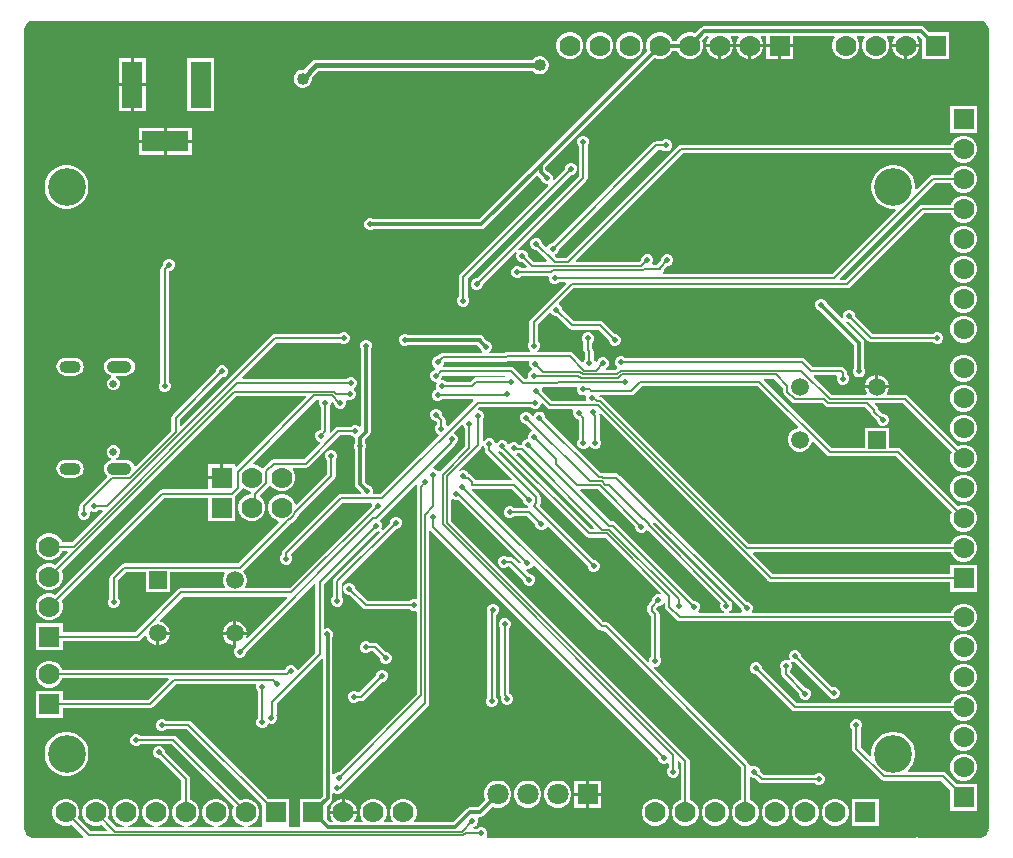
<source format=gbl>
G04*
G04 #@! TF.GenerationSoftware,Altium Limited,Altium Designer,23.6.0 (18)*
G04*
G04 Layer_Physical_Order=2*
G04 Layer_Color=16711680*
%FSLAX25Y25*%
%MOIN*%
G70*
G04*
G04 #@! TF.SameCoordinates,CC12AEB3-2111-4EF4-9384-BB861815B030*
G04*
G04*
G04 #@! TF.FilePolarity,Positive*
G04*
G01*
G75*
%ADD10C,0.00600*%
%ADD14C,0.01200*%
%ADD16C,0.00800*%
%ADD73C,0.02559*%
G04:AMPARAMS|DCode=74|XSize=39.37mil|YSize=82.68mil|CornerRadius=19.68mil|HoleSize=0mil|Usage=FLASHONLY|Rotation=270.000|XOffset=0mil|YOffset=0mil|HoleType=Round|Shape=RoundedRectangle|*
%AMROUNDEDRECTD74*
21,1,0.03937,0.04331,0,0,270.0*
21,1,0.00000,0.08268,0,0,270.0*
1,1,0.03937,-0.02165,0.00000*
1,1,0.03937,-0.02165,0.00000*
1,1,0.03937,0.02165,0.00000*
1,1,0.03937,0.02165,0.00000*
%
%ADD74ROUNDEDRECTD74*%
G04:AMPARAMS|DCode=75|XSize=39.37mil|YSize=70.87mil|CornerRadius=19.68mil|HoleSize=0mil|Usage=FLASHONLY|Rotation=270.000|XOffset=0mil|YOffset=0mil|HoleType=Round|Shape=RoundedRectangle|*
%AMROUNDEDRECTD75*
21,1,0.03937,0.03150,0,0,270.0*
21,1,0.00000,0.07087,0,0,270.0*
1,1,0.03937,-0.01575,0.00000*
1,1,0.03937,-0.01575,0.00000*
1,1,0.03937,0.01575,0.00000*
1,1,0.03937,0.01575,0.00000*
%
%ADD75ROUNDEDRECTD75*%
%ADD84C,0.01600*%
%ADD85C,0.07000*%
%ADD86R,0.07000X0.07000*%
%ADD87C,0.12598*%
%ADD88R,0.07000X0.07000*%
%ADD89R,0.05906X0.05906*%
%ADD90C,0.05906*%
%ADD91R,0.15748X0.07087*%
%ADD92R,0.07087X0.15748*%
%ADD93C,0.07087*%
%ADD94R,0.07087X0.07087*%
%ADD95C,0.02000*%
%ADD96C,0.04000*%
%ADD97C,0.01968*%
G36*
X496639Y447725D02*
X497303Y447281D01*
X497337Y447230D01*
X497684Y446883D01*
X497685Y446882D01*
X498033Y446534D01*
X498316Y446154D01*
X498536Y445824D01*
X498695Y445028D01*
X498683Y444966D01*
Y444127D01*
Y178809D01*
X498531Y178443D01*
X498531D01*
X498601Y177943D01*
X498528Y177574D01*
X498084Y176909D01*
X498033Y176876D01*
X497337Y176179D01*
X497303Y176129D01*
X496639Y175685D01*
X495855Y175529D01*
X495796Y175541D01*
X475699D01*
X475467Y175541D01*
X475130Y175556D01*
X474719Y175670D01*
X474719Y175670D01*
X474500Y175631D01*
X474045Y175541D01*
X331522D01*
X331267Y176041D01*
X331500Y176602D01*
Y177398D01*
X331195Y178133D01*
X330633Y178695D01*
X329898Y179000D01*
X329102D01*
X328367Y178695D01*
X328099Y178427D01*
X327120D01*
X326850Y178927D01*
X326898Y179000D01*
X326903Y179002D01*
X327633Y179305D01*
X328196Y179867D01*
X328500Y180602D01*
Y181398D01*
X328327Y181816D01*
X328661Y182317D01*
X328948D01*
X329572Y182441D01*
X330101Y182794D01*
X333137Y185830D01*
X333246Y185766D01*
X334402Y185457D01*
X335598D01*
X336754Y185766D01*
X337790Y186364D01*
X338635Y187210D01*
X339234Y188246D01*
X339543Y189402D01*
Y190598D01*
X339234Y191754D01*
X338635Y192790D01*
X337790Y193635D01*
X336754Y194234D01*
X335598Y194543D01*
X334402D01*
X333246Y194234D01*
X332210Y193635D01*
X331364Y192790D01*
X330766Y191754D01*
X330457Y190598D01*
Y189402D01*
X330766Y188246D01*
X330830Y188137D01*
X328272Y185579D01*
X325771D01*
X325147Y185455D01*
X324617Y185101D01*
X320169Y180653D01*
X307261D01*
X307070Y181115D01*
X307101Y181147D01*
X307693Y182173D01*
X308000Y183317D01*
Y184502D01*
X307693Y185646D01*
X307101Y186673D01*
X306263Y187510D01*
X305237Y188103D01*
X304093Y188409D01*
X302908D01*
X301763Y188103D01*
X300737Y187510D01*
X299899Y186673D01*
X299307Y185646D01*
X299000Y184502D01*
Y183317D01*
X299307Y182173D01*
X299899Y181147D01*
X299930Y181115D01*
X299739Y180653D01*
X297261D01*
X297070Y181115D01*
X297101Y181146D01*
X297693Y182173D01*
X298000Y183317D01*
Y184502D01*
X297693Y185646D01*
X297101Y186673D01*
X296263Y187510D01*
X295237Y188103D01*
X294092Y188409D01*
X292908D01*
X291763Y188103D01*
X290737Y187510D01*
X289899Y186673D01*
X289307Y185646D01*
X289000Y184502D01*
Y183317D01*
X289307Y182173D01*
X289899Y181146D01*
X289930Y181115D01*
X289739Y180653D01*
X287261D01*
X287070Y181115D01*
X287101Y181146D01*
X287693Y182173D01*
X288000Y183317D01*
Y183410D01*
X283500D01*
Y183909D01*
D01*
Y183410D01*
X279000D01*
Y183317D01*
X279307Y182173D01*
X279899Y181146D01*
X279930Y181115D01*
X279739Y180653D01*
X279063D01*
X278000Y181717D01*
Y186102D01*
X279403Y187505D01*
X279757Y188035D01*
X279881Y188659D01*
Y190137D01*
X280343Y190329D01*
X280367Y190305D01*
X281102Y190000D01*
X281898D01*
X282633Y190305D01*
X283188Y190859D01*
X283384Y190991D01*
X311709Y219316D01*
X311709Y219316D01*
X312019Y219779D01*
X312127Y220325D01*
Y277660D01*
X312627Y277854D01*
X388500Y201981D01*
Y201602D01*
X388805Y200867D01*
X389367Y200305D01*
X390102Y200000D01*
X390898D01*
X391573Y200279D01*
X392073Y200091D01*
Y198901D01*
X391805Y198633D01*
X391500Y197898D01*
Y197102D01*
X391805Y196367D01*
X392367Y195805D01*
X393102Y195500D01*
X393898D01*
X394633Y195805D01*
X395196Y196367D01*
X395500Y197102D01*
Y197898D01*
X395196Y198633D01*
X394927Y198901D01*
Y200944D01*
X395389Y201135D01*
X396073Y200452D01*
Y188186D01*
X395763Y188103D01*
X394737Y187510D01*
X393899Y186672D01*
X393307Y185646D01*
X393000Y184502D01*
Y183317D01*
X393307Y182172D01*
X393899Y181146D01*
X394737Y180308D01*
X395763Y179716D01*
X396907Y179409D01*
X398092D01*
X399237Y179716D01*
X400263Y180308D01*
X401101Y181146D01*
X401693Y182172D01*
X402000Y183317D01*
Y184502D01*
X401693Y185646D01*
X401101Y186672D01*
X400263Y187510D01*
X399237Y188103D01*
X398927Y188186D01*
Y201044D01*
X398927Y201044D01*
X398819Y201590D01*
X398509Y202053D01*
X398509Y202053D01*
X319427Y281135D01*
Y288091D01*
X319927Y288280D01*
X320602Y288000D01*
X321398D01*
X321777Y288157D01*
X342659Y267275D01*
X342632Y267094D01*
X342100Y266918D01*
X340509Y268509D01*
X340046Y268819D01*
X339500Y268927D01*
X339500Y268927D01*
X338401D01*
X338133Y269196D01*
X337398Y269500D01*
X336602D01*
X335867Y269196D01*
X335304Y268633D01*
X335000Y267898D01*
Y267102D01*
X335304Y266367D01*
X335867Y265805D01*
X336602Y265500D01*
X337398D01*
X338133Y265805D01*
X338401Y266073D01*
X338909D01*
X343500Y261481D01*
Y261102D01*
X343805Y260367D01*
X344367Y259805D01*
X345102Y259500D01*
X345898D01*
X346633Y259805D01*
X347196Y260367D01*
X347500Y261102D01*
Y261898D01*
X347196Y262633D01*
X346633Y263195D01*
X345898Y263500D01*
X345519D01*
X344433Y264585D01*
X344666Y265060D01*
X345290D01*
X346026Y265364D01*
X346588Y265927D01*
X346699Y266194D01*
X347189Y266292D01*
X368605Y244876D01*
X368605Y244876D01*
X369069Y244566D01*
X369615Y244458D01*
X370524D01*
X416073Y198909D01*
Y188186D01*
X415763Y188103D01*
X414737Y187510D01*
X413899Y186672D01*
X413307Y185646D01*
X413000Y184502D01*
Y183317D01*
X413307Y182172D01*
X413899Y181146D01*
X414737Y180308D01*
X415763Y179716D01*
X416908Y179409D01*
X418092D01*
X419237Y179716D01*
X420263Y180308D01*
X421101Y181146D01*
X421693Y182172D01*
X422000Y183317D01*
Y184502D01*
X421693Y185646D01*
X421101Y186672D01*
X420263Y187510D01*
X419237Y188103D01*
X418927Y188186D01*
Y195591D01*
X419427Y195780D01*
X420102Y195500D01*
X420481D01*
X421991Y193991D01*
X421991Y193991D01*
X422454Y193681D01*
X423000Y193573D01*
X440599D01*
X440867Y193305D01*
X441602Y193000D01*
X442398D01*
X443133Y193305D01*
X443695Y193867D01*
X444000Y194602D01*
Y195398D01*
X443695Y196133D01*
X443133Y196695D01*
X442398Y197000D01*
X441602D01*
X440867Y196695D01*
X440599Y196427D01*
X423591D01*
X422500Y197519D01*
Y197898D01*
X422195Y198633D01*
X421633Y199196D01*
X420898Y199500D01*
X420102D01*
X419427Y199221D01*
X418927Y199409D01*
Y199500D01*
X418819Y200046D01*
X418509Y200509D01*
X418509Y200509D01*
X386981Y232038D01*
X387007Y232137D01*
X387226Y232500D01*
X387898D01*
X388633Y232804D01*
X389195Y233367D01*
X389500Y234102D01*
Y234898D01*
X389195Y235633D01*
X388927Y235901D01*
Y249889D01*
X388927Y249889D01*
X388819Y250435D01*
X388509Y250898D01*
X388509Y250898D01*
X387703Y251704D01*
Y251833D01*
X388542Y252672D01*
X388921D01*
X389656Y252977D01*
X390219Y253539D01*
X390296Y253725D01*
X390796Y253626D01*
Y252530D01*
X390796Y252530D01*
X390905Y251984D01*
X391214Y251521D01*
X394744Y247991D01*
X394744Y247991D01*
X395208Y247681D01*
X395754Y247573D01*
X486027D01*
X486110Y247263D01*
X486702Y246237D01*
X487540Y245399D01*
X488566Y244807D01*
X489711Y244500D01*
X490896D01*
X492040Y244807D01*
X493066Y245399D01*
X493904Y246237D01*
X494496Y247263D01*
X494803Y248408D01*
Y249592D01*
X494496Y250737D01*
X493904Y251763D01*
X493066Y252601D01*
X492040Y253193D01*
X490896Y253500D01*
X489711D01*
X488566Y253193D01*
X487540Y252601D01*
X486702Y251763D01*
X486110Y250737D01*
X486027Y250428D01*
X419909D01*
X419721Y250927D01*
X420000Y251602D01*
Y252398D01*
X419696Y253133D01*
X419133Y253696D01*
X418398Y254000D01*
X418019D01*
X375498Y296521D01*
X375034Y296831D01*
X374488Y296939D01*
X374488Y296939D01*
X370584D01*
X370141Y297027D01*
X370141Y297027D01*
X369393D01*
X350859Y315562D01*
Y315941D01*
X350555Y316676D01*
X349992Y317239D01*
X349257Y317543D01*
X348461D01*
X347726Y317239D01*
X347164Y316676D01*
X346941Y316139D01*
X346400D01*
X346196Y316633D01*
X345633Y317196D01*
X344898Y317500D01*
X344102D01*
X343367Y317196D01*
X342805Y316633D01*
X342500Y315898D01*
Y315102D01*
X342805Y314367D01*
X343367Y313805D01*
X344102Y313500D01*
X344481D01*
X346519Y311462D01*
X346370Y310904D01*
X345867Y310696D01*
X345304Y310133D01*
X345000Y309398D01*
Y308602D01*
X344633Y308500D01*
X344602D01*
X343867Y308195D01*
X343304Y307633D01*
X343000Y306898D01*
Y306559D01*
X342928Y306500D01*
X342928Y306500D01*
X341956D01*
X341461Y306996D01*
X340726Y307300D01*
X339930D01*
X339195Y306996D01*
X338876Y306676D01*
X338286Y306794D01*
X338160Y307097D01*
X337597Y307660D01*
X336862Y307964D01*
X336067D01*
X335332Y307660D01*
X334769Y307097D01*
X334703Y306939D01*
X334203Y307038D01*
Y307072D01*
X333899Y307807D01*
X333336Y308369D01*
X332601Y308674D01*
X331805D01*
X331070Y308369D01*
X330508Y307807D01*
X330427Y307613D01*
X329927Y307712D01*
Y314599D01*
X330195Y314867D01*
X330500Y315602D01*
Y316398D01*
X330195Y317133D01*
X329633Y317695D01*
X328898Y318000D01*
X328526D01*
X328319Y318500D01*
X328891Y319073D01*
X346099D01*
X346367Y318805D01*
X347102Y318500D01*
X347898D01*
X348633Y318805D01*
X349196Y319367D01*
X349480Y320053D01*
X349962Y320278D01*
X351549Y318691D01*
X351549Y318691D01*
X352012Y318381D01*
X352559Y318273D01*
X352559Y318273D01*
X359804D01*
X360138Y317773D01*
X360000Y317440D01*
Y316644D01*
X360304Y315909D01*
X360867Y315346D01*
X361602Y315042D01*
X361870D01*
X362073Y314839D01*
Y308406D01*
X361805Y308138D01*
X361500Y307402D01*
Y306607D01*
X361805Y305872D01*
X362367Y305309D01*
X363102Y305005D01*
X363898D01*
X364633Y305309D01*
X365195Y305872D01*
X365250Y306003D01*
X365750D01*
X365805Y305872D01*
X366367Y305309D01*
X367102Y305005D01*
X367898D01*
X368633Y305309D01*
X369196Y305872D01*
X369500Y306607D01*
Y307402D01*
X369196Y308138D01*
X368927Y308406D01*
Y316144D01*
X368927Y316144D01*
X368837Y316599D01*
X369098Y316822D01*
X369250Y316893D01*
X425152Y260991D01*
X425152Y260991D01*
X425615Y260681D01*
X426162Y260573D01*
X485803D01*
Y257500D01*
X494803D01*
Y266500D01*
X485803D01*
Y263427D01*
X426753D01*
X420070Y270111D01*
X420261Y270573D01*
X486027D01*
X486110Y270263D01*
X486702Y269237D01*
X487540Y268399D01*
X488566Y267807D01*
X489711Y267500D01*
X490896D01*
X492040Y267807D01*
X493066Y268399D01*
X493904Y269237D01*
X494496Y270263D01*
X494803Y271408D01*
Y272592D01*
X494496Y273737D01*
X493904Y274763D01*
X493066Y275601D01*
X492040Y276193D01*
X490896Y276500D01*
X489711D01*
X488566Y276193D01*
X487540Y275601D01*
X486702Y274763D01*
X486110Y273737D01*
X486027Y273427D01*
X418591D01*
X370009Y322009D01*
X369546Y322319D01*
X369000Y322427D01*
X369000Y322427D01*
X368882D01*
X368805Y322573D01*
X369104Y323073D01*
X379500D01*
X379500Y323073D01*
X380046Y323181D01*
X380509Y323491D01*
X383091Y326073D01*
X421610D01*
X435113Y312570D01*
X434945Y312030D01*
X434179Y311825D01*
X433278Y311305D01*
X432542Y310569D01*
X432021Y309667D01*
X431752Y308662D01*
Y307621D01*
X432021Y306616D01*
X432542Y305715D01*
X433278Y304979D01*
X434179Y304458D01*
X435184Y304189D01*
X436225D01*
X437230Y304458D01*
X438132Y304979D01*
X438868Y305715D01*
X439388Y306616D01*
X439593Y307382D01*
X440133Y307550D01*
X444691Y302992D01*
X444691Y302992D01*
X445154Y302683D01*
X445700Y302574D01*
X445700Y302574D01*
X467710D01*
X486270Y284014D01*
X486110Y283737D01*
X485803Y282592D01*
Y281407D01*
X486110Y280263D01*
X486702Y279237D01*
X487540Y278399D01*
X488566Y277807D01*
X489711Y277500D01*
X490896D01*
X492040Y277807D01*
X493066Y278399D01*
X493904Y279237D01*
X494496Y280263D01*
X494803Y281407D01*
Y282592D01*
X494496Y283737D01*
X493904Y284763D01*
X493066Y285601D01*
X492040Y286193D01*
X490896Y286500D01*
X489711D01*
X488566Y286193D01*
X488289Y286033D01*
X469311Y305011D01*
X468848Y305320D01*
X468301Y305429D01*
X468301Y305429D01*
X465248D01*
Y312094D01*
X457342D01*
Y305429D01*
X446291D01*
X423710Y328011D01*
X423901Y328473D01*
X427009D01*
X430137Y325344D01*
Y324143D01*
X430137Y324143D01*
X430246Y323597D01*
X430555Y323134D01*
X432980Y320709D01*
X432980Y320709D01*
X433443Y320399D01*
X433990Y320291D01*
X433990Y320291D01*
X443270D01*
X444152Y319409D01*
X444152Y319409D01*
X444615Y319099D01*
X445161Y318991D01*
X445161Y318991D01*
X457491D01*
X459199Y317282D01*
X459259Y316982D01*
X459568Y316519D01*
X461303Y314784D01*
Y314405D01*
X461607Y313670D01*
X462170Y313107D01*
X462905Y312803D01*
X463701D01*
X464436Y313107D01*
X464998Y313670D01*
X465303Y314405D01*
Y315201D01*
X464998Y315936D01*
X464436Y316498D01*
X463701Y316803D01*
X463322D01*
X461956Y318168D01*
X461896Y318469D01*
X461587Y318932D01*
X461587Y318932D01*
X460690Y319829D01*
X460881Y320291D01*
X469994D01*
X486270Y304014D01*
X486110Y303737D01*
X485803Y302592D01*
Y301408D01*
X486110Y300263D01*
X486702Y299237D01*
X487540Y298399D01*
X488566Y297807D01*
X489711Y297500D01*
X490896D01*
X492040Y297807D01*
X493066Y298399D01*
X493904Y299237D01*
X494496Y300263D01*
X494803Y301408D01*
Y302592D01*
X494496Y303737D01*
X493904Y304763D01*
X493066Y305601D01*
X492040Y306193D01*
X490896Y306500D01*
X489711D01*
X488566Y306193D01*
X488289Y306033D01*
X471594Y322727D01*
X471131Y323037D01*
X470585Y323146D01*
X470585Y323146D01*
X464845D01*
X464582Y323645D01*
X464979Y324333D01*
X465248Y325338D01*
Y325358D01*
X461295D01*
X457342D01*
Y325338D01*
X457612Y324333D01*
X458008Y323645D01*
X457746Y323146D01*
X446291D01*
X440326Y329111D01*
X440518Y329573D01*
X447829D01*
X448107Y329157D01*
X448000Y328898D01*
Y328102D01*
X448305Y327367D01*
X448867Y326804D01*
X449602Y326500D01*
X450398D01*
X451133Y326804D01*
X451695Y327367D01*
X452000Y328102D01*
Y328898D01*
X451695Y329633D01*
X451427Y329901D01*
Y330531D01*
X451319Y331078D01*
X451009Y331541D01*
X451009Y331541D01*
X450541Y332009D01*
X450078Y332319D01*
X449531Y332427D01*
X449531Y332427D01*
X440091D01*
X437509Y335009D01*
X437046Y335319D01*
X436500Y335427D01*
X436500Y335427D01*
X377401D01*
X377133Y335696D01*
X376398Y336000D01*
X375602D01*
X374867Y335696D01*
X374305Y335133D01*
X374000Y334398D01*
Y333602D01*
X374305Y332867D01*
X374607Y332564D01*
X374645Y331905D01*
X374634Y331885D01*
X374076Y331327D01*
X371046D01*
X370947Y331827D01*
X371133Y331905D01*
X371695Y332467D01*
X372000Y333202D01*
Y333998D01*
X371695Y334733D01*
X371133Y335296D01*
X370398Y335600D01*
X369602D01*
X368867Y335296D01*
X368304Y334733D01*
X368057Y334136D01*
X367966Y334079D01*
X367958Y334078D01*
X367375Y334298D01*
X367196Y334733D01*
X366927Y335001D01*
Y337615D01*
X366927Y337615D01*
X366819Y338161D01*
X366509Y338624D01*
X366509Y338624D01*
X366427Y338706D01*
Y340499D01*
X366695Y340767D01*
X367000Y341502D01*
Y342298D01*
X366695Y343033D01*
X366133Y343596D01*
X365398Y343900D01*
X364602D01*
X363867Y343596D01*
X363304Y343033D01*
X363000Y342298D01*
Y341502D01*
X363304Y340767D01*
X363573Y340499D01*
Y338115D01*
X363573Y338115D01*
X363681Y337568D01*
X363991Y337105D01*
X364073Y337023D01*
Y335001D01*
X363805Y334733D01*
X363589Y334213D01*
X363038Y334057D01*
X360186Y336909D01*
X359723Y337219D01*
X359176Y337327D01*
X359176Y337327D01*
X348288D01*
X348164Y337710D01*
X348156Y337827D01*
X348695Y338367D01*
X349000Y339102D01*
Y339898D01*
X348695Y340633D01*
X348427Y340901D01*
Y346803D01*
X352248Y350624D01*
X352739Y350526D01*
X352804Y350367D01*
X353367Y349804D01*
X354102Y349500D01*
X354481D01*
X358741Y345241D01*
X358741Y345241D01*
X359204Y344931D01*
X359750Y344823D01*
X359750Y344823D01*
X368559D01*
X372000Y341381D01*
Y341002D01*
X372305Y340267D01*
X372867Y339704D01*
X373602Y339400D01*
X374398D01*
X375133Y339704D01*
X375695Y340267D01*
X376000Y341002D01*
Y341798D01*
X375695Y342533D01*
X375133Y343095D01*
X374398Y343400D01*
X374019D01*
X370159Y347259D01*
X369696Y347569D01*
X369150Y347677D01*
X369150Y347677D01*
X360341D01*
X356500Y351519D01*
Y351898D01*
X356195Y352633D01*
X355633Y353196D01*
X355474Y353261D01*
X355376Y353752D01*
X360197Y358573D01*
X451500D01*
X451500Y358573D01*
X452046Y358681D01*
X452509Y358991D01*
X477091Y383573D01*
X486027D01*
X486110Y383263D01*
X486702Y382237D01*
X487540Y381399D01*
X488566Y380807D01*
X489711Y380500D01*
X490896D01*
X492040Y380807D01*
X493066Y381399D01*
X493904Y382237D01*
X494496Y383263D01*
X494803Y384408D01*
Y385592D01*
X494496Y386737D01*
X493904Y387763D01*
X493066Y388601D01*
X492040Y389193D01*
X490896Y389500D01*
X489711D01*
X488566Y389193D01*
X487540Y388601D01*
X486702Y387763D01*
X486110Y386737D01*
X486027Y386427D01*
X476500D01*
X476500Y386427D01*
X475954Y386319D01*
X475491Y386009D01*
X475491Y386009D01*
X450909Y361427D01*
X449112D01*
X448921Y361889D01*
X480604Y393573D01*
X486027D01*
X486110Y393263D01*
X486702Y392237D01*
X487540Y391399D01*
X488566Y390807D01*
X489711Y390500D01*
X490896D01*
X492040Y390807D01*
X493066Y391399D01*
X493904Y392237D01*
X494496Y393263D01*
X494803Y394408D01*
Y395592D01*
X494496Y396737D01*
X493904Y397763D01*
X493066Y398601D01*
X492040Y399193D01*
X490896Y399500D01*
X489711D01*
X488566Y399193D01*
X487540Y398601D01*
X486702Y397763D01*
X486110Y396737D01*
X486027Y396427D01*
X480013D01*
X480013Y396427D01*
X479467Y396319D01*
X479003Y396009D01*
X479003Y396009D01*
X474602Y391608D01*
X474138Y391851D01*
Y393132D01*
X473857Y394543D01*
X473307Y395871D01*
X472508Y397066D01*
X471492Y398083D01*
X470296Y398882D01*
X468968Y399432D01*
X467557Y399713D01*
X466120D01*
X464710Y399432D01*
X463381Y398882D01*
X462186Y398083D01*
X461169Y397066D01*
X460370Y395871D01*
X459820Y394543D01*
X459539Y393132D01*
Y391694D01*
X459820Y390284D01*
X460370Y388956D01*
X461169Y387760D01*
X462186Y386744D01*
X463381Y385945D01*
X464710Y385395D01*
X466120Y385114D01*
X467401D01*
X467644Y384650D01*
X446422Y363427D01*
X390066D01*
X389915Y363927D01*
X390009Y363991D01*
X390319Y364454D01*
X390406Y364894D01*
X391489Y365977D01*
X391868D01*
X392603Y366282D01*
X393166Y366844D01*
X393471Y367580D01*
Y368375D01*
X393166Y369110D01*
X392603Y369673D01*
X391868Y369977D01*
X391073D01*
X390338Y369673D01*
X389775Y369110D01*
X389471Y368375D01*
Y367996D01*
X387991Y366516D01*
X387931Y366427D01*
X386729D01*
X386537Y366889D01*
X386548Y366900D01*
X386852Y367635D01*
Y368431D01*
X386548Y369166D01*
X385985Y369728D01*
X385250Y370033D01*
X384454D01*
X383719Y369728D01*
X383157Y369166D01*
X382852Y368431D01*
Y368052D01*
X382228Y367427D01*
X361128D01*
X360937Y367889D01*
X396620Y403573D01*
X486027D01*
X486110Y403263D01*
X486702Y402237D01*
X487540Y401399D01*
X488566Y400807D01*
X489711Y400500D01*
X490896D01*
X492040Y400807D01*
X493066Y401399D01*
X493904Y402237D01*
X494496Y403263D01*
X494803Y404408D01*
Y405592D01*
X494496Y406737D01*
X493904Y407763D01*
X493066Y408601D01*
X492040Y409193D01*
X490896Y409500D01*
X489711D01*
X488566Y409193D01*
X487540Y408601D01*
X486702Y407763D01*
X486110Y406737D01*
X486027Y406427D01*
X396029D01*
X396029Y406427D01*
X395483Y406319D01*
X395020Y406009D01*
X357738Y368727D01*
X354593D01*
X354004Y369317D01*
X354135Y369893D01*
X354595Y370083D01*
X355158Y370646D01*
X355462Y371381D01*
Y371760D01*
X388497Y404795D01*
X389717D01*
X389985Y404527D01*
X390721Y404222D01*
X391516D01*
X392251Y404527D01*
X392814Y405089D01*
X393118Y405824D01*
Y406620D01*
X392814Y407355D01*
X392251Y407918D01*
X391516Y408222D01*
X390721D01*
X389985Y407918D01*
X389717Y407650D01*
X387906D01*
X387359Y407541D01*
X386896Y407232D01*
X386896Y407232D01*
X353444Y373779D01*
X353064D01*
X352329Y373475D01*
X351767Y372912D01*
X351576Y372452D01*
X351000Y372320D01*
X349881Y373440D01*
Y373819D01*
X349577Y374554D01*
X349014Y375116D01*
X348279Y375421D01*
X347483D01*
X346748Y375116D01*
X346186Y374554D01*
X345881Y373819D01*
Y373023D01*
X346186Y372288D01*
X346748Y371725D01*
X347483Y371421D01*
X347862D01*
X351394Y367889D01*
X351203Y367427D01*
X347091D01*
X345000Y369519D01*
Y369898D01*
X344695Y370633D01*
X344133Y371196D01*
X343398Y371500D01*
X342602D01*
X341960Y371234D01*
X341676Y371658D01*
X364509Y394491D01*
X364509Y394491D01*
X364819Y394954D01*
X364927Y395500D01*
X364927Y395500D01*
Y406099D01*
X365195Y406367D01*
X365500Y407102D01*
Y407898D01*
X365195Y408633D01*
X364633Y409196D01*
X363898Y409500D01*
X363102D01*
X362367Y409196D01*
X361805Y408633D01*
X361500Y407898D01*
Y407102D01*
X361805Y406367D01*
X362073Y406099D01*
Y396091D01*
X327981Y362000D01*
X327602D01*
X326867Y361696D01*
X326305Y361133D01*
X326000Y360398D01*
Y359602D01*
X326305Y358867D01*
X326867Y358305D01*
X327602Y358000D01*
X328398D01*
X329133Y358305D01*
X329696Y358867D01*
X330000Y359602D01*
Y359981D01*
X340842Y370824D01*
X341266Y370540D01*
X341000Y369898D01*
Y369102D01*
X341304Y368367D01*
X341867Y367805D01*
X342602Y367500D01*
X342981D01*
X344592Y365889D01*
X344401Y365427D01*
X342901D01*
X342633Y365696D01*
X341898Y366000D01*
X341102D01*
X340367Y365696D01*
X339805Y365133D01*
X339500Y364398D01*
Y363602D01*
X339805Y362867D01*
X340367Y362304D01*
X341102Y362000D01*
X341898D01*
X342633Y362304D01*
X342901Y362573D01*
X351883D01*
X352000Y362398D01*
Y361602D01*
X352305Y360867D01*
X352867Y360304D01*
X353602Y360000D01*
X354398D01*
X355133Y360304D01*
X355401Y360573D01*
X357506D01*
X357698Y360111D01*
X345991Y348404D01*
X345681Y347940D01*
X345573Y347394D01*
X345573Y347394D01*
Y340901D01*
X345304Y340633D01*
X345000Y339898D01*
Y339102D01*
X345304Y338367D01*
X345844Y337827D01*
X345836Y337710D01*
X345712Y337327D01*
X338038D01*
X337492Y337219D01*
X337206Y337027D01*
X332364D01*
X332291Y337160D01*
X332210Y337527D01*
X332696Y338012D01*
X333000Y338748D01*
Y339543D01*
X332696Y340278D01*
X332133Y340841D01*
X331398Y341145D01*
X331307D01*
X330552Y341901D01*
X330507Y342124D01*
X330153Y342653D01*
X329624Y343007D01*
X329000Y343131D01*
X305197D01*
X305133Y343196D01*
X304398Y343500D01*
X303602D01*
X302867Y343196D01*
X302305Y342633D01*
X302000Y341898D01*
Y341102D01*
X302305Y340367D01*
X302867Y339805D01*
X303602Y339500D01*
X304398D01*
X305133Y339805D01*
X305197Y339869D01*
X327970D01*
X329000Y338838D01*
Y338748D01*
X329305Y338012D01*
X329789Y337527D01*
X329709Y337160D01*
X329636Y337027D01*
X316600D01*
X316600Y337027D01*
X316054Y336919D01*
X315591Y336609D01*
X315591Y336609D01*
X314877Y335895D01*
X314602D01*
X313867Y335591D01*
X313304Y335028D01*
X313000Y334293D01*
Y333498D01*
X313304Y332762D01*
X313867Y332200D01*
X313982Y332152D01*
X314215Y331515D01*
X314177Y331442D01*
X314014D01*
X313279Y331137D01*
X312716Y330575D01*
X312412Y329840D01*
Y329044D01*
X312716Y328309D01*
X313279Y327746D01*
X314014Y327442D01*
X314432D01*
X314482Y327401D01*
X314725Y326942D01*
X314500Y326398D01*
Y325602D01*
X314558Y325462D01*
X314266Y324861D01*
X313867Y324695D01*
X313304Y324133D01*
X313000Y323398D01*
Y322602D01*
X313304Y321867D01*
X313867Y321304D01*
X314602Y321000D01*
X315398D01*
X316133Y321304D01*
X316401Y321573D01*
X326647D01*
X326854Y321073D01*
X318469Y312688D01*
X317979Y312786D01*
X317913Y312945D01*
X317645Y313213D01*
Y314647D01*
X317645Y314647D01*
X317536Y315193D01*
X317227Y315656D01*
X316500Y316384D01*
Y316898D01*
X316196Y317633D01*
X315633Y318196D01*
X314898Y318500D01*
X314102D01*
X313367Y318196D01*
X312805Y317633D01*
X312500Y316898D01*
Y316102D01*
X312805Y315367D01*
X313367Y314805D01*
X314102Y314500D01*
X314346D01*
X314790Y314056D01*
Y313213D01*
X314522Y312945D01*
X314218Y312210D01*
Y311414D01*
X314522Y310679D01*
X315085Y310116D01*
X315244Y310050D01*
X315341Y309560D01*
X295809Y290027D01*
X293712D01*
X293434Y290443D01*
X293500Y290602D01*
Y291398D01*
X293196Y292133D01*
X292633Y292695D01*
X291898Y293000D01*
X291807D01*
X290631Y294176D01*
Y304803D01*
X290696Y304867D01*
X291000Y305602D01*
Y306398D01*
X290696Y307133D01*
X290631Y307197D01*
Y308147D01*
X292154Y309669D01*
X292507Y310199D01*
X292631Y310823D01*
Y338303D01*
X292695Y338367D01*
X293000Y339102D01*
Y339898D01*
X292695Y340633D01*
X292133Y341196D01*
X291398Y341500D01*
X290602D01*
X289867Y341196D01*
X289304Y340633D01*
X289000Y339898D01*
Y339102D01*
X289304Y338367D01*
X289369Y338303D01*
Y312667D01*
X288869Y312460D01*
X288633Y312696D01*
X287898Y313000D01*
X287102D01*
X286367Y312696D01*
X286099Y312427D01*
X281837D01*
X281837Y312427D01*
X281290Y312319D01*
X280827Y312009D01*
X280827Y312009D01*
X279343Y310525D01*
X278882Y310771D01*
X278927Y311000D01*
X278927Y311000D01*
Y319099D01*
X279195Y319367D01*
X279500Y320102D01*
Y320449D01*
X280000Y320657D01*
X280500Y320157D01*
Y320102D01*
X280804Y319367D01*
X281367Y318805D01*
X282102Y318500D01*
X282898D01*
X283633Y318805D01*
X284195Y319367D01*
X284500Y320102D01*
Y320898D01*
X284402Y321133D01*
X284785Y321516D01*
X285299Y321303D01*
X286095D01*
X286830Y321607D01*
X287393Y322170D01*
X287697Y322905D01*
Y323701D01*
X287393Y324436D01*
X287085Y324743D01*
X287133Y325304D01*
X287155Y325327D01*
X287696Y325867D01*
X288000Y326602D01*
Y327398D01*
X287696Y328133D01*
X287133Y328696D01*
X286398Y329000D01*
X285602D01*
X284867Y328696D01*
X284599Y328427D01*
X249944D01*
X249753Y328889D01*
X261402Y340538D01*
X282298D01*
X282567Y340270D01*
X283302Y339966D01*
X284097D01*
X284832Y340270D01*
X285395Y340833D01*
X285700Y341568D01*
Y342364D01*
X285395Y343099D01*
X284832Y343661D01*
X284097Y343966D01*
X283302D01*
X282567Y343661D01*
X282298Y343393D01*
X260811D01*
X260264Y343285D01*
X259801Y342975D01*
X259801Y342975D01*
X229500Y312674D01*
X229038Y312865D01*
Y314816D01*
X243127Y328905D01*
X243506D01*
X244241Y329209D01*
X244804Y329772D01*
X245109Y330507D01*
Y331303D01*
X244804Y332038D01*
X244241Y332600D01*
X243506Y332905D01*
X242711D01*
X241976Y332600D01*
X241413Y332038D01*
X241108Y331303D01*
Y330924D01*
X226601Y316417D01*
X226292Y315953D01*
X226183Y315407D01*
X226183Y315407D01*
Y311196D01*
X214389Y299402D01*
X213816Y299536D01*
X213628Y299989D01*
X213153Y300609D01*
X212532Y301085D01*
X211810Y301384D01*
X211035Y301486D01*
X207802D01*
X207702Y301986D01*
X208193Y302190D01*
X208834Y302831D01*
X209181Y303669D01*
Y304575D01*
X208834Y305413D01*
X208193Y306054D01*
X207355Y306402D01*
X206448D01*
X205610Y306054D01*
X204969Y305413D01*
X204622Y304575D01*
Y303669D01*
X204969Y302831D01*
X205610Y302190D01*
X206239Y301929D01*
X206171Y301416D01*
X205930Y301384D01*
X205208Y301085D01*
X204588Y300609D01*
X204112Y299989D01*
X203813Y299267D01*
X203711Y298492D01*
X203813Y297717D01*
X204112Y296995D01*
X204588Y296375D01*
X204782Y296226D01*
X204814Y295727D01*
X195991Y286904D01*
X195681Y286440D01*
X195573Y285894D01*
X195573Y285894D01*
Y284901D01*
X195305Y284633D01*
X195000Y283898D01*
Y283102D01*
X195305Y282367D01*
X195867Y281804D01*
X196602Y281500D01*
X197398D01*
X198133Y281804D01*
X198696Y282367D01*
X199000Y283102D01*
Y283898D01*
X198953Y284012D01*
X199346Y284290D01*
X199374Y284302D01*
X200102Y284000D01*
X200898D01*
X201633Y284304D01*
X201901Y284573D01*
X203062D01*
X203253Y284111D01*
X193070Y273927D01*
X189776D01*
X189693Y274237D01*
X189101Y275263D01*
X188263Y276101D01*
X187237Y276693D01*
X186092Y277000D01*
X184907D01*
X183763Y276693D01*
X182737Y276101D01*
X181899Y275263D01*
X181307Y274237D01*
X181000Y273093D01*
Y271908D01*
X181307Y270763D01*
X181899Y269737D01*
X182737Y268899D01*
X183763Y268307D01*
X184907Y268000D01*
X186092D01*
X187237Y268307D01*
X188263Y268899D01*
X189101Y269737D01*
X189693Y270763D01*
X189776Y271073D01*
X191401D01*
X191592Y270611D01*
X187514Y266533D01*
X187237Y266693D01*
X186092Y267000D01*
X184907D01*
X183763Y266693D01*
X182737Y266101D01*
X181899Y265263D01*
X181307Y264237D01*
X181000Y263092D01*
Y261908D01*
X181307Y260763D01*
X181899Y259737D01*
X182737Y258899D01*
X183763Y258307D01*
X184907Y258000D01*
X186092D01*
X187237Y258307D01*
X188263Y258899D01*
X189101Y259737D01*
X189693Y260763D01*
X190000Y261908D01*
Y263092D01*
X189693Y264237D01*
X189533Y264514D01*
X247791Y322773D01*
X270972D01*
X271163Y322311D01*
X247962Y299110D01*
X247500Y299301D01*
Y300000D01*
X243500D01*
Y295500D01*
X243000D01*
Y295000D01*
X238500D01*
Y291615D01*
X223187D01*
X223187Y291615D01*
X222641Y291506D01*
X222178Y291197D01*
X222178Y291197D01*
X187514Y256533D01*
X187237Y256693D01*
X186092Y257000D01*
X184907D01*
X183763Y256693D01*
X182737Y256101D01*
X181899Y255263D01*
X181307Y254237D01*
X181000Y253092D01*
Y251908D01*
X181307Y250763D01*
X181899Y249737D01*
X182737Y248899D01*
X183763Y248307D01*
X184907Y248000D01*
X186092D01*
X187237Y248307D01*
X188263Y248899D01*
X189101Y249737D01*
X189693Y250763D01*
X190000Y251908D01*
Y253092D01*
X189693Y254237D01*
X189533Y254514D01*
X223779Y288760D01*
X238500D01*
Y281000D01*
X247500D01*
Y289302D01*
X249322Y291124D01*
X249322Y291124D01*
X249631Y291587D01*
X249666Y291763D01*
X250209Y291927D01*
X250237Y291899D01*
X251263Y291307D01*
X252408Y291000D01*
X252577D01*
X252840Y290513D01*
X252676Y290044D01*
X252408Y290000D01*
X251263Y289693D01*
X250237Y289101D01*
X249399Y288263D01*
X248807Y287237D01*
X248500Y286092D01*
Y284908D01*
X248807Y283763D01*
X249399Y282737D01*
X250237Y281899D01*
X251263Y281307D01*
X252408Y281000D01*
X253592D01*
X254737Y281307D01*
X255763Y281899D01*
X256601Y282737D01*
X257193Y283763D01*
X257500Y284908D01*
Y286092D01*
X257193Y287237D01*
X256601Y288263D01*
X255763Y289101D01*
X255779Y289631D01*
X258697Y292549D01*
X258697Y292549D01*
X258822Y292737D01*
X259399Y292737D01*
X260237Y291899D01*
X261263Y291307D01*
X262408Y291000D01*
X263592D01*
X264737Y291307D01*
X265763Y291899D01*
X266601Y292737D01*
X267193Y293763D01*
X267500Y294908D01*
Y296092D01*
X267193Y297237D01*
X266601Y298263D01*
X266547Y298317D01*
X266739Y298779D01*
X271043D01*
X271043Y298779D01*
X271589Y298887D01*
X272052Y299197D01*
X282428Y309573D01*
X286099D01*
X286367Y309304D01*
X287102Y309000D01*
X287223D01*
X287369Y308823D01*
Y307197D01*
X287304Y307133D01*
X287000Y306398D01*
Y305602D01*
X287304Y304867D01*
X287369Y304803D01*
Y293500D01*
X287493Y292876D01*
X287846Y292347D01*
X289500Y290693D01*
Y290602D01*
X289566Y290443D01*
X289288Y290027D01*
X282600D01*
X282600Y290027D01*
X282054Y289919D01*
X281591Y289609D01*
X281591Y289609D01*
X263491Y271509D01*
X263181Y271046D01*
X263073Y270500D01*
X263073Y270500D01*
Y269901D01*
X262805Y269633D01*
X262500Y268898D01*
Y268102D01*
X262805Y267367D01*
X263367Y266805D01*
X264102Y266500D01*
X264898D01*
X265633Y266805D01*
X266196Y267367D01*
X266500Y268102D01*
Y268898D01*
X266196Y269633D01*
X265927Y269901D01*
Y269909D01*
X283191Y287173D01*
X292780D01*
X293114Y286673D01*
X293000Y286398D01*
Y286019D01*
X265627Y258646D01*
X250845D01*
X250582Y259145D01*
X250979Y259833D01*
X251248Y260838D01*
Y261879D01*
X250979Y262884D01*
X250458Y263785D01*
X249986Y264257D01*
X250009Y264491D01*
X265398Y279879D01*
X266398Y280414D01*
X267325Y281175D01*
X268086Y282102D01*
X268621Y283102D01*
X280522Y295004D01*
X280522Y295004D01*
X280832Y295467D01*
X280940Y296013D01*
Y301365D01*
X281208Y301633D01*
X281513Y302368D01*
Y303164D01*
X281208Y303899D01*
X280646Y304462D01*
X279911Y304766D01*
X279115D01*
X278380Y304462D01*
X277818Y303899D01*
X277513Y303164D01*
Y302368D01*
X277818Y301633D01*
X278086Y301365D01*
Y296604D01*
X267924Y286442D01*
X267366Y286592D01*
X267193Y287237D01*
X266601Y288263D01*
X265763Y289101D01*
X264737Y289693D01*
X263592Y290000D01*
X262408D01*
X261263Y289693D01*
X260237Y289101D01*
X259399Y288263D01*
X258807Y287237D01*
X258500Y286092D01*
Y284908D01*
X258807Y283763D01*
X259399Y282737D01*
X260237Y281899D01*
X261263Y281307D01*
X261908Y281134D01*
X262057Y280576D01*
X248409Y266927D01*
X210500D01*
X210500Y266927D01*
X209954Y266819D01*
X209491Y266509D01*
X209491Y266509D01*
X205991Y263009D01*
X205681Y262546D01*
X205573Y262000D01*
X205573Y262000D01*
Y255401D01*
X205305Y255133D01*
X205000Y254398D01*
Y253602D01*
X205305Y252867D01*
X205867Y252305D01*
X206602Y252000D01*
X207398D01*
X208133Y252305D01*
X208696Y252867D01*
X209000Y253602D01*
Y254398D01*
X208696Y255133D01*
X208427Y255401D01*
Y261409D01*
X211091Y264073D01*
X217752D01*
Y257405D01*
X225658D01*
Y264073D01*
X243748D01*
X244009Y263573D01*
X243612Y262884D01*
X243342Y261879D01*
Y260838D01*
X243612Y259833D01*
X244009Y259145D01*
X243746Y258646D01*
X229426D01*
X228880Y258537D01*
X228417Y258227D01*
X228417Y258227D01*
X214117Y243927D01*
X190000D01*
Y247000D01*
X181000D01*
Y238000D01*
X190000D01*
Y241073D01*
X214708D01*
X214708Y241073D01*
X215254Y241181D01*
X215717Y241491D01*
X217277Y243050D01*
X217816Y242882D01*
X218021Y242116D01*
X218542Y241215D01*
X219278Y240479D01*
X220179Y239958D01*
X221184Y239689D01*
X221205D01*
Y243642D01*
X221705D01*
Y244142D01*
X225658D01*
Y244162D01*
X225388Y245167D01*
X224868Y246069D01*
X224132Y246805D01*
X223230Y247325D01*
X222464Y247530D01*
X222296Y248070D01*
X230017Y255791D01*
X264619D01*
X264810Y255329D01*
X251441Y241960D01*
X251011Y242237D01*
X251248Y243121D01*
Y243142D01*
X247795D01*
Y239689D01*
X247816D01*
X247905Y239211D01*
X247867Y239195D01*
X247305Y238633D01*
X247000Y237898D01*
Y237102D01*
X247305Y236367D01*
X247867Y235805D01*
X248602Y235500D01*
X249398D01*
X250133Y235805D01*
X250695Y236367D01*
X251000Y237102D01*
Y237481D01*
X273686Y260167D01*
X274186Y259960D01*
Y237205D01*
X268462Y231481D01*
X267904Y231630D01*
X267695Y232133D01*
X267133Y232696D01*
X266398Y233000D01*
X265602D01*
X264867Y232696D01*
X264304Y232133D01*
X264000Y231398D01*
Y231326D01*
X189804D01*
X189693Y231737D01*
X189101Y232763D01*
X188263Y233601D01*
X187237Y234193D01*
X186092Y234500D01*
X184907D01*
X183763Y234193D01*
X182737Y233601D01*
X181899Y232763D01*
X181307Y231737D01*
X181000Y230592D01*
Y229408D01*
X181307Y228263D01*
X181899Y227237D01*
X182737Y226399D01*
X183763Y225807D01*
X184907Y225500D01*
X186092D01*
X187237Y225807D01*
X188263Y226399D01*
X189101Y227237D01*
X189693Y228263D01*
X189804Y228675D01*
X225127D01*
X225318Y228213D01*
X218431Y221325D01*
X190000D01*
Y224500D01*
X181000D01*
Y215500D01*
X190000D01*
Y218674D01*
X218980D01*
X219487Y218775D01*
X219917Y219063D01*
X227686Y226831D01*
X254253D01*
X254531Y226415D01*
X254464Y226255D01*
Y225459D01*
X254769Y224724D01*
X255055Y224438D01*
Y215383D01*
X254804Y215133D01*
X254500Y214398D01*
Y213602D01*
X254804Y212867D01*
X255367Y212304D01*
X256102Y212000D01*
X256898D01*
X257633Y212304D01*
X258195Y212867D01*
X258361Y213266D01*
X258962Y213558D01*
X259102Y213500D01*
X259898D01*
X260633Y213805D01*
X261195Y214367D01*
X261500Y215102D01*
Y215898D01*
X261241Y216522D01*
X261250Y216569D01*
X261250Y216569D01*
Y220232D01*
X276156Y235138D01*
X276618Y234946D01*
Y189335D01*
X275693Y188409D01*
X269000D01*
Y179410D01*
X269000D01*
X268903Y178949D01*
X265597D01*
X265500Y179409D01*
X265500Y179449D01*
Y188409D01*
X258519D01*
X232919Y214009D01*
X232456Y214319D01*
X231909Y214427D01*
X231909Y214427D01*
X224401D01*
X224133Y214696D01*
X223398Y215000D01*
X222602D01*
X221867Y214696D01*
X221304Y214133D01*
X221000Y213398D01*
Y212602D01*
X221304Y211867D01*
X221867Y211304D01*
X222602Y211000D01*
X223398D01*
X224133Y211304D01*
X224401Y211573D01*
X231318D01*
X256500Y186391D01*
Y179449D01*
X256500Y179409D01*
X256403Y178949D01*
X251808D01*
X251742Y179449D01*
X252737Y179716D01*
X253763Y180308D01*
X254601Y181146D01*
X255193Y182173D01*
X255500Y183317D01*
Y184502D01*
X255193Y185646D01*
X254601Y186672D01*
X253763Y187510D01*
X252737Y188103D01*
X251592Y188409D01*
X250408D01*
X249263Y188103D01*
X248986Y187943D01*
X227919Y209009D01*
X227456Y209319D01*
X226909Y209427D01*
X226909Y209427D01*
X215901D01*
X215633Y209696D01*
X214898Y210000D01*
X214102D01*
X213367Y209696D01*
X212805Y209133D01*
X212500Y208398D01*
Y207602D01*
X212805Y206867D01*
X213367Y206305D01*
X214102Y206000D01*
X214898D01*
X215633Y206305D01*
X215901Y206573D01*
X226318D01*
X246967Y185924D01*
X246807Y185646D01*
X246500Y184502D01*
Y183317D01*
X246807Y182173D01*
X247399Y181146D01*
X248237Y180308D01*
X249263Y179716D01*
X250258Y179449D01*
X250192Y178949D01*
X241808D01*
X241742Y179449D01*
X242737Y179716D01*
X243763Y180308D01*
X244601Y181146D01*
X245193Y182173D01*
X245500Y183317D01*
Y184502D01*
X245193Y185646D01*
X244601Y186672D01*
X243763Y187510D01*
X242737Y188103D01*
X241593Y188409D01*
X240408D01*
X239263Y188103D01*
X238237Y187510D01*
X237399Y186672D01*
X236807Y185646D01*
X236500Y184502D01*
Y183317D01*
X236807Y182173D01*
X237399Y181146D01*
X238237Y180308D01*
X239263Y179716D01*
X240258Y179449D01*
X240192Y178949D01*
X231808D01*
X231742Y179449D01*
X232737Y179716D01*
X233763Y180308D01*
X234601Y181146D01*
X235193Y182173D01*
X235500Y183317D01*
Y184502D01*
X235193Y185646D01*
X234601Y186672D01*
X233763Y187510D01*
X232737Y188103D01*
X232427Y188186D01*
Y195000D01*
X232427Y195000D01*
X232319Y195546D01*
X232009Y196009D01*
X232009Y196009D01*
X224000Y204019D01*
Y204398D01*
X223695Y205133D01*
X223133Y205696D01*
X222398Y206000D01*
X221602D01*
X220867Y205696D01*
X220304Y205133D01*
X220000Y204398D01*
Y203602D01*
X220304Y202867D01*
X220867Y202305D01*
X221602Y202000D01*
X221981D01*
X229573Y194409D01*
Y188186D01*
X229263Y188103D01*
X228237Y187510D01*
X227399Y186672D01*
X226807Y185646D01*
X226500Y184502D01*
Y183317D01*
X226807Y182173D01*
X227399Y181146D01*
X228237Y180308D01*
X229263Y179716D01*
X230258Y179449D01*
X230192Y178949D01*
X221808D01*
X221742Y179449D01*
X222737Y179716D01*
X223763Y180308D01*
X224601Y181146D01*
X225193Y182172D01*
X225500Y183317D01*
Y184502D01*
X225193Y185646D01*
X224601Y186672D01*
X223763Y187510D01*
X222737Y188103D01*
X221592Y188409D01*
X220408D01*
X219263Y188103D01*
X218237Y187510D01*
X217399Y186672D01*
X216807Y185646D01*
X216500Y184502D01*
Y183317D01*
X216807Y182172D01*
X217399Y181146D01*
X218237Y180308D01*
X219263Y179716D01*
X220258Y179449D01*
X220192Y178949D01*
X211808D01*
X211742Y179449D01*
X212737Y179716D01*
X213763Y180308D01*
X214601Y181146D01*
X215193Y182172D01*
X215500Y183317D01*
Y184502D01*
X215193Y185646D01*
X214601Y186672D01*
X213763Y187510D01*
X212737Y188103D01*
X211592Y188409D01*
X210407D01*
X209263Y188103D01*
X208237Y187510D01*
X207399Y186672D01*
X206807Y185646D01*
X206500Y184502D01*
Y183317D01*
X206807Y182172D01*
X207399Y181146D01*
X208237Y180308D01*
X209263Y179716D01*
X210258Y179449D01*
X210192Y178949D01*
X207979D01*
X205033Y181895D01*
X205193Y182172D01*
X205500Y183317D01*
Y184502D01*
X205193Y185646D01*
X204601Y186672D01*
X203763Y187510D01*
X202737Y188103D01*
X201592Y188409D01*
X200408D01*
X199263Y188103D01*
X198237Y187510D01*
X197399Y186672D01*
X196807Y185646D01*
X196500Y184502D01*
Y183317D01*
X196807Y182172D01*
X197399Y181146D01*
X198237Y180308D01*
X199263Y179716D01*
X200408Y179409D01*
X201592D01*
X202737Y179716D01*
X203014Y179876D01*
X204779Y178111D01*
X204588Y177649D01*
X199278D01*
X195033Y181895D01*
X195193Y182172D01*
X195500Y183317D01*
Y184502D01*
X195193Y185646D01*
X194601Y186672D01*
X193763Y187510D01*
X192737Y188103D01*
X191592Y188409D01*
X190408D01*
X189263Y188103D01*
X188237Y187510D01*
X187399Y186672D01*
X186807Y185646D01*
X186500Y184502D01*
Y183317D01*
X186807Y182172D01*
X187399Y181146D01*
X188237Y180308D01*
X189263Y179716D01*
X190408Y179409D01*
X191592D01*
X192737Y179716D01*
X193014Y179876D01*
X196888Y176003D01*
X196696Y175541D01*
X180008D01*
X179948Y175529D01*
X179164Y175685D01*
X178500Y176129D01*
X178466Y176179D01*
X177770Y176876D01*
X177719Y176909D01*
X177275Y177574D01*
X177120Y178357D01*
X177131Y178417D01*
Y444992D01*
X177120Y445052D01*
X177275Y445836D01*
X177719Y446500D01*
X177770Y446534D01*
X178466Y447230D01*
X178500Y447281D01*
X179164Y447725D01*
X179948Y447881D01*
X180008Y447869D01*
X495796D01*
X495855Y447881D01*
X496639Y447725D01*
D02*
G37*
G36*
X345566Y334057D02*
X345500Y333898D01*
Y333102D01*
X345805Y332367D01*
X346269Y331903D01*
X346253Y331486D01*
X346199Y331333D01*
X345867Y331195D01*
X345304Y330633D01*
X345000Y329898D01*
Y329102D01*
X345066Y328943D01*
X344788Y328527D01*
X343885D01*
X340504Y331909D01*
X340040Y332219D01*
X339494Y332327D01*
X339494Y332327D01*
X316914D01*
X316722Y332827D01*
X317000Y333498D01*
Y333981D01*
X317191Y334173D01*
X337738D01*
X337738Y334173D01*
X338284Y334281D01*
X338571Y334473D01*
X345288D01*
X345566Y334057D01*
D02*
G37*
G36*
X337652Y328973D02*
X337622Y328927D01*
X327750D01*
X327750Y328927D01*
X327204Y328819D01*
X326741Y328509D01*
X325659Y327427D01*
X317901D01*
X317633Y327695D01*
X316898Y328000D01*
X316479D01*
X316430Y328041D01*
X316186Y328500D01*
X316412Y329044D01*
Y329228D01*
X316656Y329473D01*
X337385D01*
X337652Y328973D01*
D02*
G37*
G36*
X361566Y325457D02*
X361500Y325298D01*
Y324502D01*
X361805Y323767D01*
X362367Y323204D01*
X363102Y322900D01*
X363898D01*
X364173Y323014D01*
X364555Y322631D01*
X364500Y322498D01*
Y321702D01*
X364566Y321543D01*
X364288Y321127D01*
X353150D01*
X349863Y324415D01*
Y324794D01*
X349706Y325173D01*
X350040Y325673D01*
X354850D01*
X354850Y325673D01*
X355396Y325781D01*
X355533Y325873D01*
X361288D01*
X361566Y325457D01*
D02*
G37*
G36*
X275566Y321057D02*
X275500Y320898D01*
Y320102D01*
X275804Y319367D01*
X276073Y319099D01*
Y311591D01*
X275981Y311500D01*
X275602D01*
X274867Y311195D01*
X274305Y310633D01*
X274000Y309898D01*
Y309102D01*
X274305Y308367D01*
X274867Y307804D01*
X275602Y307500D01*
X275665D01*
X275856Y307038D01*
X270451Y301634D01*
X260250D01*
X259703Y301525D01*
X259240Y301216D01*
X259240Y301216D01*
X256678Y298653D01*
X256253Y298611D01*
X255763Y299101D01*
X254737Y299693D01*
X253592Y300000D01*
X253543D01*
X253352Y300462D01*
X274362Y321473D01*
X275288D01*
X275566Y321057D01*
D02*
G37*
G36*
X323537Y313012D02*
X323804Y312367D01*
X324073Y312099D01*
Y305930D01*
X315748Y297605D01*
X315289Y297598D01*
X315166Y297662D01*
X314633Y298196D01*
X313898Y298500D01*
X313620D01*
X313413Y299000D01*
X320377Y305964D01*
X320377Y305964D01*
X320686Y306427D01*
X320745Y306722D01*
X321293Y307270D01*
X321597Y308005D01*
Y308801D01*
X321293Y309536D01*
X320730Y310098D01*
X320571Y310164D01*
X320474Y310655D01*
X323038Y313219D01*
X323537Y313012D01*
D02*
G37*
G36*
X330508Y305541D02*
X330776Y305273D01*
Y304691D01*
X330776Y304691D01*
X330885Y304145D01*
X331194Y303681D01*
X339812Y295064D01*
X339620Y294602D01*
X327659D01*
X327354Y295059D01*
X327354Y295059D01*
X325948Y296465D01*
X325485Y296774D01*
X325338Y296804D01*
X325192Y297155D01*
X324630Y297718D01*
X323895Y298022D01*
X323099D01*
X322500Y297774D01*
X322217Y298198D01*
X329509Y305491D01*
X329509Y305491D01*
X329804Y305932D01*
X329928Y305957D01*
X330331Y305967D01*
X330508Y305541D01*
D02*
G37*
G36*
X336067Y303964D02*
X336250D01*
X364324Y275891D01*
X364324Y275891D01*
X364787Y275581D01*
X365334Y275473D01*
X365334Y275473D01*
X370937D01*
X389390Y257019D01*
X389107Y256595D01*
X388921Y256672D01*
X388126D01*
X387390Y256368D01*
X386828Y255805D01*
X386523Y255070D01*
Y254691D01*
X385266Y253434D01*
X384957Y252971D01*
X384848Y252425D01*
X384848Y252425D01*
Y251113D01*
X384848Y251113D01*
X384957Y250567D01*
X385266Y250104D01*
X386073Y249297D01*
Y235901D01*
X385805Y235633D01*
X385500Y234898D01*
Y234226D01*
X385137Y234007D01*
X385038Y233981D01*
X372124Y246895D01*
X371661Y247204D01*
X371115Y247313D01*
X371115Y247313D01*
X370206D01*
X326260Y291259D01*
X326286Y291413D01*
X326479Y291747D01*
X339734D01*
X343500Y287981D01*
Y287602D01*
X343805Y286867D01*
X344367Y286304D01*
X345043Y286024D01*
X345090Y285927D01*
X344917Y285565D01*
X344744Y285427D01*
X340401D01*
X340133Y285696D01*
X339398Y286000D01*
X338602D01*
X337867Y285696D01*
X337304Y285133D01*
X337000Y284398D01*
Y283602D01*
X337304Y282867D01*
X337867Y282305D01*
X338602Y282000D01*
X339398D01*
X340133Y282305D01*
X340401Y282573D01*
X344909D01*
X347500Y279981D01*
Y279602D01*
X347804Y278867D01*
X348367Y278305D01*
X349102Y278000D01*
X349898D01*
X350633Y278305D01*
X351196Y278867D01*
X351292Y279101D01*
X351783Y279199D01*
X365000Y265981D01*
Y265602D01*
X365304Y264867D01*
X365867Y264304D01*
X366602Y264000D01*
X367398D01*
X368133Y264304D01*
X368695Y264867D01*
X369000Y265602D01*
Y266398D01*
X368695Y267133D01*
X368133Y267695D01*
X367398Y268000D01*
X367019D01*
X348955Y286064D01*
X349219Y286460D01*
X349327Y287006D01*
Y288994D01*
X349219Y289540D01*
X348909Y290003D01*
X348909Y290003D01*
X335011Y303902D01*
X335332Y304269D01*
X336067Y303964D01*
D02*
G37*
G36*
X367192Y278789D02*
X367001Y278327D01*
X365925D01*
X341204Y303048D01*
X341302Y303539D01*
X341461Y303605D01*
X341501Y303645D01*
X342337D01*
X367192Y278789D01*
D02*
G37*
G36*
X307804Y293166D02*
X308063Y292943D01*
X307973Y292489D01*
X307973Y292489D01*
Y255212D01*
X307557Y254934D01*
X307398Y255000D01*
X306602D01*
X305867Y254696D01*
X305599Y254427D01*
X291591D01*
X287500Y258519D01*
Y258898D01*
X287195Y259633D01*
X286633Y260195D01*
X285898Y260500D01*
X285102D01*
X284367Y260195D01*
X283804Y259633D01*
X283500Y258898D01*
Y258102D01*
X283804Y257367D01*
X284367Y256804D01*
X285102Y256500D01*
X285481D01*
X289991Y251991D01*
X289991Y251991D01*
X290454Y251681D01*
X291000Y251573D01*
X305599D01*
X305867Y251305D01*
X306602Y251000D01*
X307398D01*
X307557Y251066D01*
X307973Y250788D01*
Y223491D01*
X281981Y197500D01*
X281602D01*
X280867Y197195D01*
X280381Y196709D01*
X280019Y196788D01*
X279881Y196863D01*
Y242509D01*
X280013Y242829D01*
Y243624D01*
X279709Y244359D01*
X279146Y244922D01*
X278411Y245227D01*
X277616D01*
X277457Y245161D01*
X277041Y245439D01*
Y260022D01*
X294519Y277500D01*
X294898D01*
X295540Y277766D01*
X295824Y277342D01*
X280491Y262009D01*
X280181Y261546D01*
X280073Y261000D01*
X280073Y261000D01*
Y255901D01*
X279804Y255633D01*
X279500Y254898D01*
Y254102D01*
X279804Y253367D01*
X280367Y252804D01*
X281102Y252500D01*
X281898D01*
X282633Y252804D01*
X283195Y253367D01*
X283500Y254102D01*
Y254898D01*
X283195Y255633D01*
X282927Y255901D01*
Y260409D01*
X301019Y278500D01*
X301398D01*
X302133Y278804D01*
X302695Y279367D01*
X303000Y280102D01*
Y280898D01*
X302695Y281633D01*
X302133Y282195D01*
X301398Y282500D01*
X300602D01*
X299867Y282195D01*
X299305Y281633D01*
X299000Y280898D01*
Y280519D01*
X296658Y278176D01*
X296234Y278460D01*
X296500Y279102D01*
Y279898D01*
X296196Y280633D01*
X295633Y281195D01*
X295629Y281216D01*
X307651Y293238D01*
X307804Y293166D01*
D02*
G37*
G36*
X416000Y251981D02*
Y251602D01*
X416280Y250927D01*
X416091Y250428D01*
X412043D01*
X411943Y250927D01*
X412351Y251096D01*
X412913Y251659D01*
X413218Y252394D01*
Y253189D01*
X412913Y253924D01*
X412543Y254294D01*
X412536Y254329D01*
X412227Y254792D01*
X386809Y280209D01*
X386929Y280730D01*
X387213Y280768D01*
X416000Y251981D01*
D02*
G37*
G36*
X380879Y279166D02*
Y278787D01*
X381184Y278052D01*
X381746Y277489D01*
X382481Y277185D01*
X383277D01*
X384012Y277489D01*
X384575Y278052D01*
X384871Y278111D01*
X409386Y253595D01*
X409218Y253189D01*
Y252394D01*
X409522Y251659D01*
X410085Y251096D01*
X410492Y250927D01*
X410392Y250428D01*
X401930D01*
X401756Y250927D01*
X402196Y251367D01*
X402500Y252102D01*
Y252898D01*
X402196Y253633D01*
X401633Y254195D01*
X400898Y254500D01*
X400519D01*
X374509Y280509D01*
X374046Y280819D01*
X373500Y280927D01*
X373500Y280927D01*
X372591D01*
X362408Y291111D01*
X362599Y291573D01*
X368473D01*
X380879Y279166D01*
D02*
G37*
%LPC*%
G36*
X476113Y446019D02*
X403888D01*
X403263Y445895D01*
X402734Y445541D01*
X400832Y443639D01*
X400737Y443693D01*
X399592Y444000D01*
X398408D01*
X397263Y443693D01*
X396237Y443101D01*
X395399Y442263D01*
X394807Y441237D01*
X394778Y441131D01*
X393222D01*
X393193Y441237D01*
X392601Y442263D01*
X391763Y443101D01*
X390737Y443693D01*
X389592Y444000D01*
X388407D01*
X387263Y443693D01*
X386237Y443101D01*
X385399Y442263D01*
X384807Y441237D01*
X384500Y440092D01*
Y438907D01*
X384807Y437763D01*
X384861Y437668D01*
X348096Y400904D01*
X328824Y381631D01*
X293697D01*
X293633Y381696D01*
X292898Y382000D01*
X292102D01*
X291367Y381696D01*
X290805Y381133D01*
X290500Y380398D01*
Y379602D01*
X290805Y378867D01*
X291367Y378305D01*
X292102Y378000D01*
X292898D01*
X293633Y378305D01*
X293697Y378369D01*
X329500D01*
X330124Y378493D01*
X330654Y378847D01*
X348109Y396302D01*
X349381Y395029D01*
Y394938D01*
X349686Y394203D01*
X350249Y393641D01*
X350984Y393336D01*
X351610D01*
X351844Y392863D01*
X322491Y363509D01*
X322181Y363046D01*
X322073Y362500D01*
X322073Y362500D01*
Y355901D01*
X321804Y355633D01*
X321500Y354898D01*
Y354102D01*
X321804Y353367D01*
X322367Y352804D01*
X323102Y352500D01*
X323898D01*
X324633Y352804D01*
X325196Y353367D01*
X325500Y354102D01*
Y354898D01*
X325196Y355633D01*
X324927Y355901D01*
Y361909D01*
X359519Y396500D01*
X359898D01*
X360633Y396804D01*
X361195Y397367D01*
X361500Y398102D01*
Y398898D01*
X361195Y399633D01*
X360633Y400196D01*
X359898Y400500D01*
X359102D01*
X358367Y400196D01*
X357804Y399633D01*
X357500Y398898D01*
Y398519D01*
X353854Y394873D01*
X353381Y395107D01*
Y395734D01*
X353077Y396469D01*
X352514Y397032D01*
X351779Y397336D01*
X351689D01*
X350881Y398143D01*
Y399074D01*
X387168Y435361D01*
X387263Y435307D01*
X388407Y435000D01*
X389592D01*
X390737Y435307D01*
X391763Y435899D01*
X392601Y436737D01*
X393193Y437763D01*
X393222Y437869D01*
X394778D01*
X394807Y437763D01*
X395399Y436737D01*
X396237Y435899D01*
X397263Y435307D01*
X398408Y435000D01*
X399592D01*
X400737Y435307D01*
X401763Y435899D01*
X402601Y436737D01*
X403193Y437763D01*
X403500Y438907D01*
Y440092D01*
X403193Y441237D01*
X403139Y441331D01*
X404563Y442756D01*
X405239D01*
X405430Y442294D01*
X405399Y442263D01*
X404807Y441237D01*
X404500Y440092D01*
Y440000D01*
X409000D01*
X413500D01*
Y440092D01*
X413193Y441237D01*
X412601Y442263D01*
X412570Y442294D01*
X412761Y442756D01*
X415239D01*
X415430Y442294D01*
X415399Y442263D01*
X414807Y441237D01*
X414500Y440092D01*
Y440000D01*
X419000D01*
X423500D01*
Y440092D01*
X423193Y441237D01*
X422601Y442263D01*
X422570Y442294D01*
X422761Y442756D01*
X424500D01*
Y440000D01*
X429000D01*
Y439500D01*
D01*
Y440000D01*
X433500D01*
Y442756D01*
X447239D01*
X447430Y442294D01*
X447399Y442263D01*
X446807Y441237D01*
X446500Y440092D01*
Y438907D01*
X446807Y437763D01*
X447399Y436737D01*
X448237Y435899D01*
X449263Y435307D01*
X450408Y435000D01*
X451592D01*
X452737Y435307D01*
X453763Y435899D01*
X454601Y436737D01*
X455193Y437763D01*
X455500Y438907D01*
Y440092D01*
X455193Y441237D01*
X454601Y442263D01*
X454570Y442294D01*
X454761Y442756D01*
X457239D01*
X457430Y442294D01*
X457399Y442263D01*
X456807Y441237D01*
X456500Y440092D01*
Y438907D01*
X456807Y437763D01*
X457399Y436737D01*
X458237Y435899D01*
X459263Y435307D01*
X460408Y435000D01*
X461592D01*
X462737Y435307D01*
X463763Y435899D01*
X464601Y436737D01*
X465193Y437763D01*
X465500Y438907D01*
Y440092D01*
X465193Y441237D01*
X464601Y442263D01*
X464570Y442294D01*
X464761Y442756D01*
X467239D01*
X467430Y442294D01*
X467399Y442263D01*
X466807Y441237D01*
X466500Y440092D01*
Y440000D01*
X471000D01*
X475500D01*
Y440092D01*
X475193Y441237D01*
X474601Y442263D01*
X474570Y442294D01*
X474761Y442756D01*
X475437D01*
X476500Y441693D01*
Y435000D01*
X485500D01*
Y444000D01*
X478807D01*
X477266Y445541D01*
X476737Y445895D01*
X476113Y446019D01*
D02*
G37*
G36*
X433500Y439000D02*
X429500D01*
Y435000D01*
X433500D01*
Y439000D01*
D02*
G37*
G36*
X428500D02*
X424500D01*
Y435000D01*
X428500D01*
Y439000D01*
D02*
G37*
G36*
X475500Y439000D02*
X471500D01*
Y435000D01*
X471593D01*
X472737Y435307D01*
X473763Y435899D01*
X474601Y436737D01*
X475193Y437763D01*
X475500Y438907D01*
Y439000D01*
D02*
G37*
G36*
X470500D02*
X466500D01*
Y438907D01*
X466807Y437763D01*
X467399Y436737D01*
X468237Y435899D01*
X469263Y435307D01*
X470408Y435000D01*
X470500D01*
Y439000D01*
D02*
G37*
G36*
X423500Y439000D02*
X419500D01*
Y435000D01*
X419593D01*
X420737Y435307D01*
X421763Y435899D01*
X422601Y436737D01*
X423193Y437763D01*
X423500Y438907D01*
Y439000D01*
D02*
G37*
G36*
X418500D02*
X414500D01*
Y438907D01*
X414807Y437763D01*
X415399Y436737D01*
X416237Y435899D01*
X417263Y435307D01*
X418408Y435000D01*
X418500D01*
Y439000D01*
D02*
G37*
G36*
X413500Y439000D02*
X409500D01*
Y435000D01*
X409592D01*
X410737Y435307D01*
X411763Y435899D01*
X412601Y436737D01*
X413193Y437763D01*
X413500Y438907D01*
Y439000D01*
D02*
G37*
G36*
X408500D02*
X404500D01*
Y438907D01*
X404807Y437763D01*
X405399Y436737D01*
X406237Y435899D01*
X407263Y435307D01*
X408408Y435000D01*
X408500D01*
Y439000D01*
D02*
G37*
G36*
X379592Y444000D02*
X378408D01*
X377263Y443693D01*
X376237Y443101D01*
X375399Y442263D01*
X374807Y441237D01*
X374500Y440092D01*
Y438907D01*
X374807Y437763D01*
X375399Y436737D01*
X376237Y435899D01*
X377263Y435307D01*
X378408Y435000D01*
X379592D01*
X380737Y435307D01*
X381763Y435899D01*
X382601Y436737D01*
X383193Y437763D01*
X383500Y438907D01*
Y440092D01*
X383193Y441237D01*
X382601Y442263D01*
X381763Y443101D01*
X380737Y443693D01*
X379592Y444000D01*
D02*
G37*
G36*
X369592Y444000D02*
X368408D01*
X367263Y443693D01*
X366237Y443101D01*
X365399Y442263D01*
X364807Y441237D01*
X364500Y440092D01*
Y438907D01*
X364807Y437763D01*
X365399Y436737D01*
X366237Y435899D01*
X367263Y435307D01*
X368408Y435000D01*
X369592D01*
X370737Y435307D01*
X371763Y435899D01*
X372601Y436737D01*
X373193Y437763D01*
X373500Y438907D01*
Y440092D01*
X373193Y441237D01*
X372601Y442263D01*
X371763Y443101D01*
X370737Y443693D01*
X369592Y444000D01*
D02*
G37*
G36*
X359592Y444000D02*
X358407D01*
X357263Y443693D01*
X356237Y443101D01*
X355399Y442263D01*
X354807Y441237D01*
X354500Y440092D01*
Y438907D01*
X354807Y437763D01*
X355399Y436737D01*
X356237Y435899D01*
X357263Y435307D01*
X358407Y435000D01*
X359592D01*
X360737Y435307D01*
X361763Y435899D01*
X362601Y436737D01*
X363193Y437763D01*
X363500Y438907D01*
Y440092D01*
X363193Y441237D01*
X362601Y442263D01*
X361763Y443101D01*
X360737Y443693D01*
X359592Y444000D01*
D02*
G37*
G36*
X349395Y436000D02*
X348605D01*
X347842Y435796D01*
X347158Y435401D01*
X346599Y434842D01*
X346596Y434835D01*
X274500D01*
X273798Y434696D01*
X273202Y434298D01*
X270403Y431498D01*
X270395Y431500D01*
X269605D01*
X268842Y431296D01*
X268158Y430901D01*
X267599Y430342D01*
X267204Y429658D01*
X267000Y428895D01*
Y428105D01*
X267204Y427342D01*
X267599Y426658D01*
X268158Y426099D01*
X268842Y425704D01*
X269605Y425500D01*
X270395D01*
X271158Y425704D01*
X271842Y426099D01*
X272401Y426658D01*
X272796Y427342D01*
X273000Y428105D01*
Y428895D01*
X272998Y428902D01*
X275260Y431165D01*
X346596D01*
X346599Y431158D01*
X347158Y430599D01*
X347842Y430204D01*
X348605Y430000D01*
X349395D01*
X350158Y430204D01*
X350842Y430599D01*
X351401Y431158D01*
X351796Y431842D01*
X352000Y432605D01*
Y433395D01*
X351796Y434158D01*
X351401Y434842D01*
X350842Y435401D01*
X350158Y435796D01*
X349395Y436000D01*
D02*
G37*
G36*
X217709Y435374D02*
X213665D01*
Y427000D01*
X217709D01*
Y435374D01*
D02*
G37*
G36*
X212665D02*
X208622D01*
Y427000D01*
X212665D01*
Y435374D01*
D02*
G37*
G36*
X240543D02*
X231457D01*
Y417626D01*
X240543D01*
Y435374D01*
D02*
G37*
G36*
X217709Y426000D02*
X213665D01*
Y417626D01*
X217709D01*
Y426000D01*
D02*
G37*
G36*
X212665D02*
X208622D01*
Y417626D01*
X212665D01*
Y426000D01*
D02*
G37*
G36*
X494803Y419500D02*
X485803D01*
Y410500D01*
X494803D01*
Y419500D01*
D02*
G37*
G36*
X233063Y412146D02*
X224689D01*
Y408102D01*
X233063D01*
Y412146D01*
D02*
G37*
G36*
X223689D02*
X215315D01*
Y408102D01*
X223689D01*
Y412146D01*
D02*
G37*
G36*
X233063Y407102D02*
X224689D01*
Y403059D01*
X233063D01*
Y407102D01*
D02*
G37*
G36*
X223689D02*
X215315D01*
Y403059D01*
X223689D01*
Y407102D01*
D02*
G37*
G36*
X191967Y399713D02*
X190529D01*
X189119Y399432D01*
X187791Y398882D01*
X186595Y398083D01*
X185578Y397066D01*
X184780Y395871D01*
X184229Y394543D01*
X183949Y393132D01*
Y391694D01*
X184229Y390284D01*
X184780Y388956D01*
X185578Y387760D01*
X186595Y386744D01*
X187791Y385945D01*
X189119Y385395D01*
X190529Y385114D01*
X191967D01*
X193377Y385395D01*
X194705Y385945D01*
X195901Y386744D01*
X196918Y387760D01*
X197716Y388956D01*
X198267Y390284D01*
X198547Y391694D01*
Y393132D01*
X198267Y394543D01*
X197716Y395871D01*
X196918Y397066D01*
X195901Y398083D01*
X194705Y398882D01*
X193377Y399432D01*
X191967Y399713D01*
D02*
G37*
G36*
X490896Y379500D02*
X489711D01*
X488566Y379193D01*
X487540Y378601D01*
X486702Y377763D01*
X486110Y376737D01*
X485803Y375592D01*
Y374408D01*
X486110Y373263D01*
X486702Y372237D01*
X487540Y371399D01*
X488566Y370807D01*
X489711Y370500D01*
X490896D01*
X492040Y370807D01*
X493066Y371399D01*
X493904Y372237D01*
X494497Y373263D01*
X494803Y374408D01*
Y375592D01*
X494497Y376737D01*
X493904Y377763D01*
X493066Y378601D01*
X492040Y379193D01*
X490896Y379500D01*
D02*
G37*
G36*
X490896Y369500D02*
X489711D01*
X488566Y369193D01*
X487540Y368601D01*
X486702Y367763D01*
X486110Y366737D01*
X485803Y365592D01*
Y364407D01*
X486110Y363263D01*
X486702Y362237D01*
X487540Y361399D01*
X488566Y360807D01*
X489711Y360500D01*
X490896D01*
X492040Y360807D01*
X493066Y361399D01*
X493904Y362237D01*
X494497Y363263D01*
X494803Y364407D01*
Y365592D01*
X494497Y366737D01*
X493904Y367763D01*
X493066Y368601D01*
X492040Y369193D01*
X490896Y369500D01*
D02*
G37*
G36*
X490896Y359500D02*
X489711D01*
X488566Y359193D01*
X487540Y358601D01*
X486702Y357763D01*
X486110Y356737D01*
X485803Y355592D01*
Y354408D01*
X486110Y353263D01*
X486702Y352237D01*
X487540Y351399D01*
X488566Y350807D01*
X489711Y350500D01*
X490896D01*
X492040Y350807D01*
X493066Y351399D01*
X493904Y352237D01*
X494497Y353263D01*
X494803Y354408D01*
Y355592D01*
X494497Y356737D01*
X493904Y357763D01*
X493066Y358601D01*
X492040Y359193D01*
X490896Y359500D01*
D02*
G37*
G36*
X490896Y349500D02*
X489711D01*
X488566Y349193D01*
X487540Y348601D01*
X486702Y347763D01*
X486110Y346737D01*
X485803Y345592D01*
Y344408D01*
X486110Y343263D01*
X486702Y342237D01*
X487540Y341399D01*
X488566Y340807D01*
X489711Y340500D01*
X490896D01*
X492040Y340807D01*
X493066Y341399D01*
X493904Y342237D01*
X494497Y343263D01*
X494803Y344408D01*
Y345592D01*
X494497Y346737D01*
X493904Y347763D01*
X493066Y348601D01*
X492040Y349193D01*
X490896Y349500D01*
D02*
G37*
G36*
X443161Y355183D02*
X442366D01*
X441631Y354879D01*
X441068Y354316D01*
X440764Y353581D01*
Y352786D01*
X441068Y352050D01*
X441631Y351488D01*
X442366Y351183D01*
X442457D01*
X453869Y339771D01*
Y332095D01*
X453804Y332031D01*
X453500Y331296D01*
Y330500D01*
X453804Y329765D01*
X454367Y329202D01*
X455102Y328898D01*
X455898D01*
X456633Y329202D01*
X457196Y329765D01*
X457500Y330500D01*
Y331296D01*
X457196Y332031D01*
X457131Y332095D01*
Y340447D01*
X457007Y341071D01*
X456653Y341601D01*
X451078Y347176D01*
X451362Y347600D01*
X451602Y347500D01*
X451981D01*
X458491Y340991D01*
X458491Y340991D01*
X458954Y340681D01*
X459500Y340573D01*
X459500Y340573D01*
X480099D01*
X480367Y340304D01*
X481102Y340000D01*
X481898D01*
X482633Y340304D01*
X483195Y340867D01*
X483500Y341602D01*
Y342398D01*
X483195Y343133D01*
X482633Y343695D01*
X481898Y344000D01*
X481102D01*
X480367Y343695D01*
X480099Y343427D01*
X460091D01*
X454000Y349519D01*
Y349898D01*
X453695Y350633D01*
X453133Y351196D01*
X452398Y351500D01*
X451602D01*
X450867Y351196D01*
X450305Y350633D01*
X450000Y349898D01*
Y349102D01*
X450100Y348862D01*
X449676Y348578D01*
X444764Y353490D01*
Y353581D01*
X444459Y354316D01*
X443897Y354879D01*
X443161Y355183D01*
D02*
G37*
G36*
X193988Y335502D02*
X190839D01*
X190064Y335400D01*
X189341Y335101D01*
X188721Y334625D01*
X188246Y334005D01*
X187946Y333283D01*
X187845Y332508D01*
X187946Y331733D01*
X188246Y331011D01*
X188721Y330391D01*
X189341Y329915D01*
X190064Y329616D01*
X190839Y329514D01*
X193988D01*
X194763Y329616D01*
X195485Y329915D01*
X196105Y330391D01*
X196581Y331011D01*
X196880Y331733D01*
X196982Y332508D01*
X196880Y333283D01*
X196581Y334005D01*
X196105Y334625D01*
X195485Y335101D01*
X194763Y335400D01*
X193988Y335502D01*
D02*
G37*
G36*
X490895Y336500D02*
X489711D01*
X488566Y336193D01*
X487540Y335601D01*
X486702Y334763D01*
X486110Y333737D01*
X485803Y332593D01*
Y331408D01*
X486110Y330263D01*
X486702Y329237D01*
X487540Y328399D01*
X488566Y327807D01*
X489711Y327500D01*
X490895D01*
X492040Y327807D01*
X493066Y328399D01*
X493904Y329237D01*
X494496Y330263D01*
X494803Y331408D01*
Y332593D01*
X494496Y333737D01*
X493904Y334763D01*
X493066Y335601D01*
X492040Y336193D01*
X490895Y336500D01*
D02*
G37*
G36*
X461816Y329811D02*
X461795D01*
Y326358D01*
X465248D01*
Y326379D01*
X464979Y327384D01*
X464458Y328285D01*
X463722Y329021D01*
X462821Y329542D01*
X461816Y329811D01*
D02*
G37*
G36*
X460795D02*
X460775D01*
X459770Y329542D01*
X458868Y329021D01*
X458132Y328285D01*
X457612Y327384D01*
X457342Y326379D01*
Y326358D01*
X460795D01*
Y329811D01*
D02*
G37*
G36*
X211035Y335502D02*
X206705D01*
X205930Y335400D01*
X205208Y335101D01*
X204588Y334625D01*
X204112Y334005D01*
X203813Y333283D01*
X203711Y332508D01*
X203813Y331733D01*
X204112Y331011D01*
X204588Y330391D01*
X205208Y329915D01*
X205930Y329616D01*
X206171Y329584D01*
X206239Y329071D01*
X205610Y328810D01*
X204969Y328169D01*
X204622Y327331D01*
Y326425D01*
X204969Y325587D01*
X205610Y324945D01*
X206448Y324598D01*
X207355D01*
X208193Y324945D01*
X208834Y325587D01*
X209181Y326425D01*
Y327331D01*
X208834Y328169D01*
X208193Y328810D01*
X207702Y329014D01*
X207802Y329514D01*
X211035D01*
X211810Y329616D01*
X212532Y329915D01*
X213153Y330391D01*
X213628Y331011D01*
X213928Y331733D01*
X214030Y332508D01*
X213928Y333283D01*
X213628Y334005D01*
X213153Y334625D01*
X212532Y335101D01*
X211810Y335400D01*
X211035Y335502D01*
D02*
G37*
G36*
X225898Y368500D02*
X225102D01*
X224367Y368196D01*
X223804Y367633D01*
X223500Y366898D01*
Y366519D01*
X222991Y366009D01*
X222681Y365546D01*
X222573Y365000D01*
X222573Y365000D01*
Y327401D01*
X222305Y327133D01*
X222000Y326398D01*
Y325602D01*
X222305Y324867D01*
X222867Y324305D01*
X223602Y324000D01*
X224398D01*
X225133Y324305D01*
X225695Y324867D01*
X226000Y325602D01*
Y326398D01*
X225695Y327133D01*
X225427Y327401D01*
Y364409D01*
X225519Y364500D01*
X225898D01*
X226633Y364805D01*
X227196Y365367D01*
X227500Y366102D01*
Y366898D01*
X227196Y367633D01*
X226633Y368196D01*
X225898Y368500D01*
D02*
G37*
G36*
X490896Y326500D02*
X489711D01*
X488566Y326193D01*
X487540Y325601D01*
X486702Y324763D01*
X486110Y323737D01*
X485803Y322592D01*
Y321408D01*
X486110Y320263D01*
X486702Y319237D01*
X487540Y318399D01*
X488566Y317807D01*
X489711Y317500D01*
X490896D01*
X492040Y317807D01*
X493066Y318399D01*
X493904Y319237D01*
X494496Y320263D01*
X494803Y321408D01*
Y322592D01*
X494496Y323737D01*
X493904Y324763D01*
X493066Y325601D01*
X492040Y326193D01*
X490896Y326500D01*
D02*
G37*
G36*
X490896Y316500D02*
X489711D01*
X488566Y316193D01*
X487540Y315601D01*
X486702Y314763D01*
X486110Y313737D01*
X485803Y312593D01*
Y311408D01*
X486110Y310263D01*
X486702Y309237D01*
X487540Y308399D01*
X488566Y307807D01*
X489711Y307500D01*
X490896D01*
X492040Y307807D01*
X493066Y308399D01*
X493904Y309237D01*
X494496Y310263D01*
X494803Y311408D01*
Y312593D01*
X494496Y313737D01*
X493904Y314763D01*
X493066Y315601D01*
X492040Y316193D01*
X490896Y316500D01*
D02*
G37*
G36*
X242500Y300000D02*
X238500D01*
Y296000D01*
X242500D01*
Y300000D01*
D02*
G37*
G36*
X193988Y301486D02*
X190839D01*
X190064Y301384D01*
X189341Y301085D01*
X188721Y300609D01*
X188246Y299989D01*
X187946Y299267D01*
X187845Y298492D01*
X187946Y297717D01*
X188246Y296995D01*
X188721Y296375D01*
X189341Y295899D01*
X190064Y295600D01*
X190839Y295498D01*
X193988D01*
X194763Y295600D01*
X195485Y295899D01*
X196105Y296375D01*
X196581Y296995D01*
X196880Y297717D01*
X196982Y298492D01*
X196880Y299267D01*
X196581Y299989D01*
X196105Y300609D01*
X195485Y301085D01*
X194763Y301384D01*
X193988Y301486D01*
D02*
G37*
G36*
X490896Y296500D02*
X489711D01*
X488566Y296193D01*
X487540Y295601D01*
X486702Y294763D01*
X486110Y293737D01*
X485803Y292592D01*
Y291408D01*
X486110Y290263D01*
X486702Y289237D01*
X487540Y288399D01*
X488566Y287807D01*
X489711Y287500D01*
X490896D01*
X492040Y287807D01*
X493066Y288399D01*
X493904Y289237D01*
X494496Y290263D01*
X494803Y291408D01*
Y292592D01*
X494496Y293737D01*
X493904Y294763D01*
X493066Y295601D01*
X492040Y296193D01*
X490896Y296500D01*
D02*
G37*
G36*
X247816Y247594D02*
X247795D01*
Y244142D01*
X251248D01*
Y244162D01*
X250979Y245167D01*
X250458Y246069D01*
X249722Y246805D01*
X248821Y247325D01*
X247816Y247594D01*
D02*
G37*
G36*
X246795D02*
X246775D01*
X245770Y247325D01*
X244868Y246805D01*
X244132Y246069D01*
X243612Y245167D01*
X243342Y244162D01*
Y244142D01*
X246795D01*
Y247594D01*
D02*
G37*
G36*
Y243142D02*
X243342D01*
Y243121D01*
X243612Y242116D01*
X244132Y241215D01*
X244868Y240479D01*
X245770Y239958D01*
X246775Y239689D01*
X246795D01*
Y243142D01*
D02*
G37*
G36*
X225658D02*
X222205D01*
Y239689D01*
X222225D01*
X223230Y239958D01*
X224132Y240479D01*
X224868Y241215D01*
X225388Y242116D01*
X225658Y243121D01*
Y243142D01*
D02*
G37*
G36*
X434398Y238000D02*
X433602D01*
X432867Y237696D01*
X432304Y237133D01*
X432000Y236398D01*
Y235602D01*
X432287Y234908D01*
X432217Y234773D01*
X431963Y234502D01*
X431399Y234735D01*
X430603D01*
X429868Y234431D01*
X429306Y233868D01*
X429001Y233133D01*
Y232337D01*
X429306Y231602D01*
X429574Y231334D01*
Y229999D01*
X429574Y229999D01*
X429682Y229453D01*
X429992Y228990D01*
X435500Y223481D01*
Y223102D01*
X435805Y222367D01*
X436367Y221804D01*
X437102Y221500D01*
X437898D01*
X438633Y221804D01*
X439195Y222367D01*
X439500Y223102D01*
Y223898D01*
X439195Y224633D01*
X438633Y225196D01*
X437898Y225500D01*
X437519D01*
X432429Y230590D01*
Y231334D01*
X432697Y231602D01*
X433001Y232337D01*
Y233133D01*
X432714Y233827D01*
X432784Y233962D01*
X433038Y234234D01*
X433602Y234000D01*
X433981D01*
X445195Y222787D01*
X445266Y222613D01*
X445829Y222051D01*
X446564Y221746D01*
X447360D01*
X448095Y222051D01*
X448657Y222613D01*
X448962Y223348D01*
Y224144D01*
X448657Y224879D01*
X448095Y225442D01*
X447360Y225746D01*
X446564D01*
X446358Y225661D01*
X436000Y236019D01*
Y236398D01*
X435696Y237133D01*
X435133Y237696D01*
X434398Y238000D01*
D02*
G37*
G36*
X490896Y243500D02*
X489711D01*
X488566Y243193D01*
X487540Y242601D01*
X486702Y241763D01*
X486110Y240737D01*
X485803Y239593D01*
Y238408D01*
X486110Y237263D01*
X486702Y236237D01*
X487540Y235399D01*
X488566Y234807D01*
X489711Y234500D01*
X490896D01*
X492040Y234807D01*
X493066Y235399D01*
X493904Y236237D01*
X494496Y237263D01*
X494803Y238408D01*
Y239593D01*
X494496Y240737D01*
X493904Y241763D01*
X493066Y242601D01*
X492040Y243193D01*
X490896Y243500D01*
D02*
G37*
G36*
X490896Y233500D02*
X489711D01*
X488566Y233193D01*
X487540Y232601D01*
X486702Y231763D01*
X486110Y230737D01*
X485803Y229592D01*
Y228408D01*
X486110Y227263D01*
X486702Y226237D01*
X487540Y225399D01*
X488566Y224807D01*
X489711Y224500D01*
X490896D01*
X492040Y224807D01*
X493066Y225399D01*
X493904Y226237D01*
X494496Y227263D01*
X494803Y228408D01*
Y229592D01*
X494496Y230737D01*
X493904Y231763D01*
X493066Y232601D01*
X492040Y233193D01*
X490896Y233500D01*
D02*
G37*
G36*
X337702Y248633D02*
X336907D01*
X336172Y248328D01*
X335609Y247766D01*
X335304Y247031D01*
Y246235D01*
X335609Y245500D01*
X335877Y245232D01*
Y222888D01*
X335877Y222888D01*
X335986Y222341D01*
X336057Y222235D01*
X336049Y222217D01*
Y221421D01*
X336354Y220686D01*
X336916Y220124D01*
X337651Y219819D01*
X338447D01*
X339182Y220124D01*
X339745Y220686D01*
X340049Y221421D01*
Y222217D01*
X339745Y222952D01*
X339182Y223515D01*
X338732Y223701D01*
Y245232D01*
X339000Y245500D01*
X339304Y246235D01*
Y247031D01*
X339000Y247766D01*
X338437Y248328D01*
X337702Y248633D01*
D02*
G37*
G36*
X333898Y253500D02*
X333102D01*
X332367Y253196D01*
X331804Y252633D01*
X331500Y251898D01*
Y251102D01*
X331573Y250927D01*
Y222401D01*
X331305Y222133D01*
X331000Y221398D01*
Y220602D01*
X331305Y219867D01*
X331867Y219304D01*
X332602Y219000D01*
X333398D01*
X334133Y219304D01*
X334696Y219867D01*
X335000Y220602D01*
Y221398D01*
X334696Y222133D01*
X334427Y222401D01*
Y249719D01*
X334633Y249804D01*
X335195Y250367D01*
X335500Y251102D01*
Y251898D01*
X335195Y252633D01*
X334633Y253196D01*
X333898Y253500D01*
D02*
G37*
G36*
X421398Y234000D02*
X420602D01*
X419867Y233696D01*
X419305Y233133D01*
X419000Y232398D01*
Y231602D01*
X419305Y230867D01*
X419867Y230305D01*
X420602Y230000D01*
X420981D01*
X432991Y217991D01*
X432991Y217991D01*
X433454Y217681D01*
X434000Y217573D01*
X434000Y217573D01*
X486027D01*
X486110Y217263D01*
X486702Y216237D01*
X487540Y215399D01*
X488566Y214807D01*
X489711Y214500D01*
X490896D01*
X492040Y214807D01*
X493066Y215399D01*
X493904Y216237D01*
X494496Y217263D01*
X494803Y218408D01*
Y219592D01*
X494496Y220737D01*
X493904Y221763D01*
X493066Y222601D01*
X492040Y223193D01*
X490896Y223500D01*
X489711D01*
X488566Y223193D01*
X487540Y222601D01*
X486702Y221763D01*
X486110Y220737D01*
X486027Y220427D01*
X434591D01*
X423000Y232019D01*
Y232398D01*
X422695Y233133D01*
X422133Y233696D01*
X421398Y234000D01*
D02*
G37*
G36*
X490896Y213500D02*
X489711D01*
X488566Y213193D01*
X487540Y212601D01*
X486702Y211763D01*
X486110Y210737D01*
X485803Y209592D01*
Y208407D01*
X486110Y207263D01*
X486702Y206237D01*
X487540Y205399D01*
X488566Y204807D01*
X489711Y204500D01*
X490896D01*
X492040Y204807D01*
X493066Y205399D01*
X493904Y206237D01*
X494496Y207263D01*
X494803Y208407D01*
Y209592D01*
X494496Y210737D01*
X493904Y211763D01*
X493066Y212601D01*
X492040Y213193D01*
X490896Y213500D01*
D02*
G37*
G36*
X191967Y210736D02*
X190529D01*
X189119Y210456D01*
X187791Y209906D01*
X186595Y209107D01*
X185578Y208090D01*
X184780Y206894D01*
X184229Y205566D01*
X183949Y204156D01*
Y202718D01*
X184229Y201308D01*
X184780Y199979D01*
X185578Y198784D01*
X186595Y197767D01*
X187791Y196968D01*
X189119Y196418D01*
X190529Y196138D01*
X191967D01*
X193377Y196418D01*
X194705Y196968D01*
X195901Y197767D01*
X196918Y198784D01*
X197716Y199979D01*
X198267Y201308D01*
X198547Y202718D01*
Y204156D01*
X198267Y205566D01*
X197716Y206894D01*
X196918Y208090D01*
X195901Y209107D01*
X194705Y209906D01*
X193377Y210456D01*
X191967Y210736D01*
D02*
G37*
G36*
X490896Y203500D02*
X489711D01*
X488566Y203193D01*
X487540Y202601D01*
X486702Y201763D01*
X486110Y200737D01*
X485803Y199592D01*
Y198407D01*
X486110Y197263D01*
X486702Y196237D01*
X487540Y195399D01*
X488566Y194807D01*
X489711Y194500D01*
X490896D01*
X492040Y194807D01*
X493066Y195399D01*
X493904Y196237D01*
X494496Y197263D01*
X494803Y198407D01*
Y199592D01*
X494496Y200737D01*
X493904Y201763D01*
X493066Y202601D01*
X492040Y203193D01*
X490896Y203500D01*
D02*
G37*
G36*
X369543Y194543D02*
X365500D01*
Y190500D01*
X369543D01*
Y194543D01*
D02*
G37*
G36*
X364500D02*
X360457D01*
Y190500D01*
X364500D01*
Y194543D01*
D02*
G37*
G36*
X369543Y189500D02*
X365500D01*
Y185457D01*
X369543D01*
Y189500D01*
D02*
G37*
G36*
X364500D02*
X360457D01*
Y185457D01*
X364500D01*
Y189500D01*
D02*
G37*
G36*
X355598Y194543D02*
X354402D01*
X353246Y194234D01*
X352210Y193635D01*
X351364Y192790D01*
X350766Y191754D01*
X350457Y190598D01*
Y189402D01*
X350766Y188246D01*
X351364Y187210D01*
X352210Y186364D01*
X353246Y185766D01*
X354402Y185457D01*
X355598D01*
X356754Y185766D01*
X357790Y186364D01*
X358635Y187210D01*
X359234Y188246D01*
X359543Y189402D01*
Y190598D01*
X359234Y191754D01*
X358635Y192790D01*
X357790Y193635D01*
X356754Y194234D01*
X355598Y194543D01*
D02*
G37*
G36*
X345598D02*
X344402D01*
X343246Y194234D01*
X342210Y193635D01*
X341365Y192790D01*
X340766Y191754D01*
X340457Y190598D01*
Y189402D01*
X340766Y188246D01*
X341365Y187210D01*
X342210Y186364D01*
X343246Y185766D01*
X344402Y185457D01*
X345598D01*
X346754Y185766D01*
X347790Y186364D01*
X348636Y187210D01*
X349234Y188246D01*
X349543Y189402D01*
Y190598D01*
X349234Y191754D01*
X348636Y192790D01*
X347790Y193635D01*
X346754Y194234D01*
X345598Y194543D01*
D02*
G37*
G36*
X454898Y215000D02*
X454102D01*
X453367Y214696D01*
X452805Y214133D01*
X452500Y213398D01*
Y212602D01*
X452805Y211867D01*
X453073Y211599D01*
Y205188D01*
X453073Y205188D01*
X453181Y204642D01*
X453491Y204179D01*
X462728Y194941D01*
X463191Y194632D01*
X463737Y194523D01*
X463738Y194523D01*
X482761D01*
X485803Y191481D01*
Y184500D01*
X494803D01*
Y193500D01*
X487822D01*
X484362Y196960D01*
X483899Y197269D01*
X483353Y197378D01*
X483353Y197378D01*
X471758D01*
X471602Y197878D01*
X472508Y198784D01*
X473307Y199979D01*
X473857Y201308D01*
X474138Y202718D01*
Y204156D01*
X473857Y205566D01*
X473307Y206894D01*
X472508Y208090D01*
X471492Y209107D01*
X470296Y209906D01*
X468968Y210456D01*
X467557Y210736D01*
X466120D01*
X464710Y210456D01*
X463381Y209906D01*
X462186Y209107D01*
X461169Y208090D01*
X460370Y206894D01*
X459820Y205566D01*
X459539Y204156D01*
Y202874D01*
X459075Y202631D01*
X455927Y205779D01*
Y211599D01*
X456195Y211867D01*
X456500Y212602D01*
Y213398D01*
X456195Y214133D01*
X455633Y214696D01*
X454898Y215000D01*
D02*
G37*
G36*
X284092Y188409D02*
X284000D01*
Y184409D01*
X288000D01*
Y184502D01*
X287693Y185646D01*
X287101Y186672D01*
X286263Y187510D01*
X285237Y188103D01*
X284092Y188409D01*
D02*
G37*
G36*
X283000D02*
X282908D01*
X281763Y188103D01*
X280737Y187510D01*
X279899Y186672D01*
X279307Y185646D01*
X279000Y184502D01*
Y184409D01*
X283000D01*
Y188409D01*
D02*
G37*
G36*
X462000Y188409D02*
X453000D01*
Y179409D01*
X462000D01*
Y188409D01*
D02*
G37*
G36*
X448093Y188409D02*
X446908D01*
X445763Y188103D01*
X444737Y187510D01*
X443899Y186672D01*
X443307Y185646D01*
X443000Y184502D01*
Y183317D01*
X443307Y182173D01*
X443899Y181146D01*
X444737Y180308D01*
X445763Y179716D01*
X446908Y179409D01*
X448093D01*
X449237Y179716D01*
X450263Y180308D01*
X451101Y181146D01*
X451693Y182173D01*
X452000Y183317D01*
Y184502D01*
X451693Y185646D01*
X451101Y186672D01*
X450263Y187510D01*
X449237Y188103D01*
X448093Y188409D01*
D02*
G37*
G36*
X438093Y188409D02*
X436908D01*
X435763Y188103D01*
X434737Y187510D01*
X433899Y186672D01*
X433307Y185646D01*
X433000Y184502D01*
Y183317D01*
X433307Y182173D01*
X433899Y181146D01*
X434737Y180308D01*
X435763Y179716D01*
X436908Y179409D01*
X438093D01*
X439237Y179716D01*
X440263Y180308D01*
X441101Y181146D01*
X441693Y182173D01*
X442000Y183317D01*
Y184502D01*
X441693Y185646D01*
X441101Y186672D01*
X440263Y187510D01*
X439237Y188103D01*
X438093Y188409D01*
D02*
G37*
G36*
X428092Y188409D02*
X426908D01*
X425763Y188103D01*
X424737Y187510D01*
X423899Y186672D01*
X423307Y185646D01*
X423000Y184502D01*
Y183317D01*
X423307Y182173D01*
X423899Y181146D01*
X424737Y180308D01*
X425763Y179716D01*
X426908Y179409D01*
X428092D01*
X429237Y179716D01*
X430263Y180308D01*
X431101Y181146D01*
X431693Y182173D01*
X432000Y183317D01*
Y184502D01*
X431693Y185646D01*
X431101Y186672D01*
X430263Y187510D01*
X429237Y188103D01*
X428092Y188409D01*
D02*
G37*
G36*
X408092Y188409D02*
X406908D01*
X405763Y188103D01*
X404737Y187510D01*
X403899Y186672D01*
X403307Y185646D01*
X403000Y184502D01*
Y183317D01*
X403307Y182172D01*
X403899Y181146D01*
X404737Y180308D01*
X405763Y179716D01*
X406908Y179409D01*
X408092D01*
X409237Y179716D01*
X410263Y180308D01*
X411101Y181146D01*
X411693Y182172D01*
X412000Y183317D01*
Y184502D01*
X411693Y185646D01*
X411101Y186672D01*
X410263Y187510D01*
X409237Y188103D01*
X408092Y188409D01*
D02*
G37*
G36*
X388092Y188409D02*
X386908D01*
X385763Y188103D01*
X384737Y187510D01*
X383899Y186672D01*
X383307Y185646D01*
X383000Y184502D01*
Y183317D01*
X383307Y182172D01*
X383899Y181146D01*
X384737Y180308D01*
X385763Y179716D01*
X386908Y179409D01*
X388092D01*
X389237Y179716D01*
X390263Y180308D01*
X391101Y181146D01*
X391693Y182172D01*
X392000Y183317D01*
Y184502D01*
X391693Y185646D01*
X391101Y186672D01*
X390263Y187510D01*
X389237Y188103D01*
X388092Y188409D01*
D02*
G37*
G36*
X291398Y241000D02*
X290602D01*
X289867Y240696D01*
X289304Y240133D01*
X289000Y239398D01*
Y238602D01*
X289304Y237867D01*
X289867Y237304D01*
X290602Y237000D01*
X291398D01*
X292133Y237304D01*
X292401Y237573D01*
X293409D01*
X295697Y235284D01*
Y234905D01*
X296002Y234170D01*
X296564Y233607D01*
X297299Y233303D01*
X298095D01*
X298830Y233607D01*
X299393Y234170D01*
X299697Y234905D01*
Y235701D01*
X299393Y236436D01*
X298830Y236999D01*
X298095Y237303D01*
X297716D01*
X295009Y240009D01*
X294546Y240319D01*
X294000Y240427D01*
X294000Y240427D01*
X292401D01*
X292133Y240696D01*
X291398Y241000D01*
D02*
G37*
G36*
X296898Y231500D02*
X296102D01*
X295367Y231195D01*
X294805Y230633D01*
X294500Y229898D01*
Y229519D01*
X288909Y223927D01*
X288401D01*
X288133Y224196D01*
X287398Y224500D01*
X286602D01*
X285867Y224196D01*
X285304Y223633D01*
X285000Y222898D01*
Y222102D01*
X285304Y221367D01*
X285867Y220805D01*
X286602Y220500D01*
X287398D01*
X288133Y220805D01*
X288401Y221073D01*
X289500D01*
X289500Y221073D01*
X290046Y221181D01*
X290509Y221491D01*
X296519Y227500D01*
X296898D01*
X297633Y227804D01*
X298196Y228367D01*
X298500Y229102D01*
Y229898D01*
X298196Y230633D01*
X297633Y231195D01*
X296898Y231500D01*
D02*
G37*
%LPD*%
D10*
X185500Y230000D02*
X264621D01*
X265621Y231000D02*
X266000D01*
X264621Y230000D02*
X265621Y231000D01*
X185500Y220000D02*
X218980D01*
X227137Y228157D01*
X260157D01*
X261521Y226792D01*
D14*
X329000Y341145D02*
X331000Y339145D01*
X329000Y341145D02*
Y341500D01*
X442764Y353183D02*
X455500Y340447D01*
Y330898D02*
Y340447D01*
X289000Y306000D02*
Y308823D01*
Y293500D02*
Y306000D01*
X291000Y310823D02*
Y339500D01*
X289000Y293500D02*
X291500Y291000D01*
X289000Y308823D02*
X291000Y310823D01*
X304000Y341500D02*
X329000D01*
X328948Y183948D02*
X335000Y190000D01*
X320845Y179022D02*
X325771Y183948D01*
X278387Y179022D02*
X320845D01*
X325771Y183948D02*
X328948D01*
X273500Y183909D02*
X278387Y179022D01*
X278250Y188659D02*
Y242774D01*
X273500Y183909D02*
X278250Y188659D01*
X278013Y243010D02*
X278250Y242774D01*
X278013Y243010D02*
Y243227D01*
X349250Y399750D02*
X389000Y439500D01*
X329500Y380000D02*
X349250Y399750D01*
Y397467D02*
X351381Y395336D01*
X349250Y397467D02*
Y399750D01*
X399000Y439500D02*
X403888Y444387D01*
X476113D01*
X481000Y439500D01*
X389000Y439500D02*
X389000Y439500D01*
X399000D01*
X399000Y439500D01*
X292500Y380000D02*
X329500D01*
D16*
X264591Y281091D02*
G03*
X267409Y283909I-1591J4409D01*
G01*
X450000Y328500D02*
Y330531D01*
X449531Y331000D02*
X450000Y330531D01*
X436218Y331200D02*
X445700Y321718D01*
X374667Y329900D02*
X375967Y331200D01*
X427600Y329900D02*
X431565Y325935D01*
X375206Y328600D02*
X376506Y329900D01*
X427600D01*
X375967Y331200D02*
X436218D01*
X377300Y327300D02*
X377500Y327500D01*
X355050Y327300D02*
X377300D01*
X382500Y327500D02*
X422201D01*
X366100Y324500D02*
X379500D01*
X365700Y324900D02*
X366100Y324500D01*
X422201Y327500D02*
X445700Y304002D01*
X379500Y324500D02*
X382500Y327500D01*
X362799Y328600D02*
X375206D01*
X363500Y324900D02*
X365700D01*
X323000Y292500D02*
X369615Y245885D01*
X347000Y339500D02*
Y347394D01*
X359750Y346250D02*
X369150D01*
X347000Y347394D02*
X359606Y360000D01*
X354500Y351500D02*
X359750Y346250D01*
X359606Y360000D02*
X451500D01*
X315000Y333895D02*
Y334000D01*
X376000D02*
X436500D01*
X439500Y331000D01*
X449531D01*
X445700Y321718D02*
X470585D01*
X431565Y324143D02*
Y325935D01*
X445700Y304002D02*
X468301D01*
X443861Y321718D02*
X445161Y320418D01*
X431565Y324143D02*
X433990Y321718D01*
X443861D01*
X445161Y320418D02*
X458082D01*
X470585Y321718D02*
X490303Y302000D01*
X451500Y360000D02*
X476500Y385000D01*
X369150Y346250D02*
X374000Y341400D01*
X480013Y395000D02*
X490303D01*
X476500Y385000D02*
X490303D01*
X447013Y362000D02*
X480013Y395000D01*
X354000Y362000D02*
X447013D01*
X328000Y360000D02*
X363500Y395500D01*
X343000Y369500D02*
X346500Y366000D01*
X382819D01*
X337304Y222888D02*
X338049Y222143D01*
Y221819D02*
Y222143D01*
X337304Y222888D02*
Y246633D01*
X297697Y235303D02*
Y235303D01*
X294000Y239000D02*
X297697Y235303D01*
X260811Y341966D02*
X283699D01*
X367500Y307005D02*
Y316144D01*
X366669Y316975D02*
X367500Y316144D01*
X366669Y316975D02*
Y317300D01*
X264500Y268500D02*
Y270500D01*
X282600Y288600D01*
X296400D01*
X249000Y265500D02*
X264591Y281091D01*
X267409Y283909D02*
X279513Y296013D01*
X210500Y265500D02*
X249000D01*
X279513Y296013D02*
Y302766D01*
X253000Y285500D02*
X254186Y286686D01*
Y290057D01*
X257687Y293558D01*
Y297644D01*
X260250Y300206D01*
X271043D02*
X281837Y311000D01*
X260250Y300206D02*
X271043D01*
X359176Y335900D02*
X363876Y331200D01*
X337738Y335600D02*
X338038Y335900D01*
X359176D01*
X315000Y334000D02*
X316600Y335600D01*
X337738D01*
X275613Y260613D02*
X294500Y279500D01*
X281500Y261000D02*
X301000Y280500D01*
X281500Y254500D02*
Y261000D01*
X275613Y236613D02*
Y260613D01*
X249000Y237500D02*
X293400Y281900D01*
X266218Y257218D02*
X295000Y286000D01*
X294294Y281900D02*
X319368Y306973D01*
X293400Y281900D02*
X294294D01*
X229426Y257218D02*
X266218D01*
X291000Y253000D02*
X307000D01*
X285500Y258500D02*
X291000Y253000D01*
X310814Y293903D02*
Y294185D01*
X309400Y222900D02*
Y292489D01*
X310814Y293903D01*
X318000Y296000D02*
X328500Y306500D01*
X310700Y283094D02*
X313500Y285894D01*
X282375Y192000D02*
X310700Y220325D01*
X313500Y285894D02*
Y296500D01*
X310700Y220325D02*
Y283094D01*
X319368Y306973D02*
Y308173D01*
X319597Y308403D01*
X316700Y296538D02*
X325500Y305339D01*
X316700Y280005D02*
Y296538D01*
X318000Y280543D02*
Y296000D01*
X282000Y195500D02*
X309400Y222900D01*
X246367Y290187D02*
X248313Y292133D01*
X223187Y290187D02*
X246367D01*
X248313Y292133D02*
Y297442D01*
X185500Y252500D02*
X223187Y290187D01*
X224000Y365000D02*
X225500Y366500D01*
X224000Y326000D02*
Y365000D01*
X185500Y262500D02*
X247200Y324200D01*
X204845Y286000D02*
X260811Y341966D01*
X193661Y272500D02*
X248162Y327000D01*
X200500Y286000D02*
X204845D01*
X247200Y324200D02*
X280314D01*
X248162Y327000D02*
X286000D01*
X363500Y307005D02*
Y315430D01*
X365334Y276900D02*
X371528D01*
X340556Y305072D02*
X342928D01*
X336465Y305769D02*
Y305964D01*
X340328Y305300D02*
X340556Y305072D01*
X336465Y305769D02*
X365334Y276900D01*
X342928Y305072D02*
X369800Y278200D01*
X372067D01*
X332203Y304691D02*
Y306674D01*
Y304691D02*
X347900Y288994D01*
X369615Y245885D02*
X371115D01*
X417500Y199500D01*
X321000Y290000D02*
X321230Y289770D01*
X322182D01*
X344893Y267060D01*
X316500Y326000D02*
X326250D01*
X327750Y327500D01*
X315000Y323000D02*
X337175D01*
X337675Y323500D01*
X338000D01*
X279775Y322900D02*
X282175Y320500D01*
X280314Y324200D02*
X281211Y323303D01*
X285697D01*
X273771Y322900D02*
X279775D01*
X282175Y320500D02*
X282500D01*
X339000Y284000D02*
X345500D01*
X349500Y280000D01*
X365000Y338115D02*
Y341900D01*
Y338115D02*
X365500Y337615D01*
Y333600D02*
Y337615D01*
X281500Y192000D02*
X282375D01*
X313500Y279000D02*
Y282500D01*
X314500Y316365D02*
Y316500D01*
Y316365D02*
X316218Y314647D01*
Y311812D02*
Y314647D01*
X328300Y320500D02*
X347500D01*
X296400Y288600D02*
X328300Y320500D01*
X328500Y306500D02*
Y316000D01*
X325500Y305339D02*
Y313500D01*
X316065Y330900D02*
X339494D01*
X314412Y329442D02*
X314606D01*
X316065Y330900D01*
X327750Y327500D02*
X339500D01*
X231909Y213000D02*
X261000Y183909D01*
X223000Y213000D02*
X231909D01*
X226909Y208000D02*
X251000Y183909D01*
X214500Y208000D02*
X226909D01*
X207000Y254000D02*
Y262000D01*
X210500Y265500D01*
X222000Y204000D02*
X231000Y195000D01*
Y183909D02*
Y195000D01*
X214708Y242500D02*
X229426Y257218D01*
X277500Y311000D02*
Y320500D01*
X276000Y309500D02*
X277500Y311000D01*
X281837D02*
X287500D01*
X253000Y285500D02*
X254186Y284314D01*
X248313Y297442D02*
X273771Y322900D01*
X347500Y333500D02*
X350200Y330800D01*
X362438D02*
X363338Y329900D01*
X374667D01*
X361899Y329500D02*
X362799Y328600D01*
X347000Y329500D02*
X361899D01*
X354850Y327100D02*
X355050Y327300D01*
X350200Y330800D02*
X362438D01*
X367600Y331200D02*
X370000Y333600D01*
X363876Y331200D02*
X367600D01*
X343294Y327100D02*
X354850D01*
X339494Y330900D02*
X343294Y327100D01*
X452000Y349500D02*
X459500Y342000D01*
X481500D01*
X337000Y267500D02*
X339500D01*
X345500Y261500D01*
X333000Y251000D02*
X333500Y251500D01*
X333000Y221000D02*
Y251000D01*
X191000Y183909D02*
X198687Y176222D01*
X323561D01*
X324339Y177000D01*
X323022Y177522D02*
X326500Y181000D01*
X201000Y183909D02*
X207387Y177522D01*
X324339Y177000D02*
X329500D01*
X207387Y177522D02*
X323022D01*
X483353Y195950D02*
X490303Y189000D01*
X463737Y195950D02*
X483353D01*
X454500Y205188D02*
X463737Y195950D01*
X454500Y205188D02*
Y213000D01*
X446254Y223746D02*
X446962D01*
X434000Y236000D02*
X446254Y223746D01*
X434000Y219000D02*
X490303D01*
X421000Y232000D02*
X434000Y219000D01*
X348859Y315543D02*
X368802Y295600D01*
X370141D01*
X370229Y295512D01*
X374488D01*
X418000Y252000D01*
X344500Y315500D02*
X365700Y294300D01*
X369602D01*
X431001Y229999D02*
X437500Y223500D01*
X431001Y229999D02*
Y232735D01*
X411218Y252792D02*
Y253782D01*
X369602Y294300D02*
X370902Y293000D01*
X372000D01*
X383415Y281585D01*
X383873D01*
X385279Y279721D02*
Y280179D01*
X383873Y281585D02*
X385279Y280179D01*
Y279721D02*
X411218Y253782D01*
X206442Y295336D02*
X212343D01*
X227611Y310604D01*
Y315407D01*
X197000Y285894D02*
X206442Y295336D01*
X227611Y315407D02*
X243109Y330905D01*
X197000Y283500D02*
Y285894D01*
X185500Y272500D02*
X193661D01*
X185500Y242500D02*
X214708D01*
X347000Y286000D02*
X367000Y266000D01*
X347000Y286000D02*
Y286106D01*
X347900Y287006D01*
Y288994D01*
X420500Y197500D02*
X423000Y195000D01*
X442000D01*
X392223Y252530D02*
Y256205D01*
X386276Y251113D02*
Y252425D01*
X392223Y252530D02*
X395754Y249000D01*
X395370Y252777D02*
X395452Y252696D01*
X395754Y249000D02*
X490303D01*
X373500Y279500D02*
X400500Y252500D01*
X386276Y252425D02*
X388523Y254672D01*
X372067Y278200D02*
X395370Y254896D01*
X372000Y279500D02*
X373500D01*
X386276Y251113D02*
X387500Y249889D01*
X345000Y306500D02*
X372000Y279500D01*
X395370Y252777D02*
Y254896D01*
X371528Y276900D02*
X392223Y256205D01*
X313500Y279000D02*
X390500Y202000D01*
X318000Y280543D02*
X397500Y201044D01*
X316700Y280005D02*
X393500Y203205D01*
Y197500D02*
Y203205D01*
X340326Y293174D02*
X345500Y288000D01*
X387500Y234500D02*
Y249889D01*
X326344Y293174D02*
X340326D01*
X324063Y295456D02*
X324938D01*
X323497Y296022D02*
X324063Y295456D01*
X417500Y183909D02*
Y199500D01*
X397500Y183909D02*
Y201044D01*
X387431Y183978D02*
X387500Y183909D01*
X323500Y354500D02*
Y362500D01*
X359500Y398500D01*
X363500Y395500D02*
Y407500D01*
X358329Y367300D02*
X396029Y405000D01*
X347881Y373421D02*
X354002Y367300D01*
X358329D01*
X383658Y365000D02*
X389000D01*
X352606Y364000D02*
X353306Y364700D01*
X383358D01*
X383658Y365000D01*
X382819Y366000D02*
X384852Y368033D01*
X389000Y365000D02*
Y365507D01*
X391471Y367977D01*
X396029Y405000D02*
X490303D01*
X341500Y364000D02*
X352606D01*
X353462Y371779D02*
X387906Y406222D01*
X391118D01*
X347000Y309000D02*
X354365Y301635D01*
Y300135D02*
Y301635D01*
Y300135D02*
X361500Y293000D01*
X369064D02*
X382879Y279185D01*
X361500Y293000D02*
X369064D01*
X458082Y320418D02*
X460578Y317922D01*
Y317528D02*
Y317922D01*
Y317528D02*
X463303Y314803D01*
X369000Y321000D02*
X418000Y272000D01*
X366500Y322100D02*
X366825D01*
X367925Y321000D01*
X369000D01*
X352559Y319700D02*
X368461D01*
X347863Y324396D02*
X352559Y319700D01*
X368461D02*
X426162Y262000D01*
X418000Y272000D02*
X490303D01*
X426162Y262000D02*
X490303D01*
X362000Y316931D02*
X363500Y315430D01*
X362000Y316931D02*
Y317042D01*
X468301Y304002D02*
X490303Y282000D01*
X324938Y295456D02*
X326344Y294050D01*
Y293174D02*
Y294050D01*
X259823Y220823D02*
X275613Y236613D01*
X259500Y215500D02*
X259730Y215730D01*
Y216475D01*
X259823Y216569D01*
Y220823D01*
X256482Y214018D02*
X256500Y214000D01*
X256482Y214018D02*
Y225839D01*
X256464Y225857D02*
X256482Y225839D01*
X289500Y222500D02*
X296500Y229500D01*
X287000Y222500D02*
X289500D01*
X291000Y239000D02*
X294000D01*
D73*
X206902Y304122D02*
D03*
Y326878D02*
D03*
D74*
X208870Y298492D02*
D03*
Y332508D02*
D03*
D75*
X192413Y298492D02*
D03*
Y332508D02*
D03*
D84*
X270000Y428500D02*
X274500Y433000D01*
X349000D01*
D85*
X241000Y183909D02*
D03*
X251000Y183909D02*
D03*
X231000Y183909D02*
D03*
X221000Y183909D02*
D03*
X211000Y183909D02*
D03*
X201000Y183909D02*
D03*
X191000Y183909D02*
D03*
X185500Y272500D02*
D03*
X185500Y252500D02*
D03*
X185500Y262500D02*
D03*
X359000Y439500D02*
D03*
X369000Y439500D02*
D03*
X379000Y439500D02*
D03*
X389000Y439500D02*
D03*
X399000Y439500D02*
D03*
X419000Y439500D02*
D03*
X409000Y439500D02*
D03*
X185500Y230000D02*
D03*
X451000Y439500D02*
D03*
X471000Y439500D02*
D03*
X461000Y439500D02*
D03*
X263000Y285500D02*
D03*
X253000Y285500D02*
D03*
Y295500D02*
D03*
X263000Y295500D02*
D03*
X303500Y183909D02*
D03*
X283500Y183909D02*
D03*
X293500Y183909D02*
D03*
X490303Y332000D02*
D03*
X490303Y322000D02*
D03*
X490303Y312000D02*
D03*
X490303Y302000D02*
D03*
X490303Y292000D02*
D03*
X490303Y272000D02*
D03*
X490303Y282000D02*
D03*
X490303Y249000D02*
D03*
X490303Y239000D02*
D03*
X490303Y229000D02*
D03*
X490303Y219000D02*
D03*
X490303Y199000D02*
D03*
X490303Y209000D02*
D03*
X387500Y183909D02*
D03*
X397500Y183909D02*
D03*
X407500Y183909D02*
D03*
X417500Y183909D02*
D03*
X427500Y183909D02*
D03*
X447500Y183909D02*
D03*
X437500Y183909D02*
D03*
X490303Y345000D02*
D03*
X490303Y355000D02*
D03*
X490303Y365000D02*
D03*
X490303Y375000D02*
D03*
X490303Y385000D02*
D03*
X490303Y405000D02*
D03*
X490303Y395000D02*
D03*
D86*
X261000Y183909D02*
D03*
X429000Y439500D02*
D03*
X481000D02*
D03*
X243000Y285500D02*
D03*
Y295500D02*
D03*
X273500Y183909D02*
D03*
X457500D02*
D03*
D87*
X191248Y203437D02*
D03*
X466839D02*
D03*
X191248Y392413D02*
D03*
X466839D02*
D03*
D88*
X185500Y242500D02*
D03*
Y220000D02*
D03*
X490303Y262000D02*
D03*
Y189000D02*
D03*
Y415000D02*
D03*
D89*
X221705Y261358D02*
D03*
X461295Y308142D02*
D03*
D90*
X247295Y261358D02*
D03*
Y243642D02*
D03*
X221705D02*
D03*
X435705Y308142D02*
D03*
Y325858D02*
D03*
X461295D02*
D03*
X452000Y237000D02*
D03*
X268000Y307000D02*
D03*
X435000Y392500D02*
D03*
X217000Y396500D02*
D03*
X447000Y314000D02*
D03*
D91*
X224189Y407602D02*
D03*
D92*
X213165Y426500D02*
D03*
X236000D02*
D03*
D93*
X335000Y190000D02*
D03*
X345000D02*
D03*
X355000D02*
D03*
D94*
X365000D02*
D03*
D95*
X450000Y328500D02*
D03*
X377500Y327500D02*
D03*
X323000Y292500D02*
D03*
X354500Y351500D02*
D03*
X351885Y355673D02*
D03*
X331000Y339145D02*
D03*
X315000Y333895D02*
D03*
X455500Y330898D02*
D03*
X442764Y353183D02*
D03*
X376000Y334000D02*
D03*
X374000Y341400D02*
D03*
X328000Y360000D02*
D03*
X343000Y369500D02*
D03*
X337304Y246633D02*
D03*
X297697Y235303D02*
D03*
X283699Y341966D02*
D03*
X367500Y307005D02*
D03*
X264500Y268500D02*
D03*
X293500Y309000D02*
D03*
X289000Y306000D02*
D03*
X219000Y315000D02*
D03*
X306500Y304000D02*
D03*
X334000Y338000D02*
D03*
X281500Y254500D02*
D03*
X285500Y258500D02*
D03*
X301000Y280500D02*
D03*
X310814Y294185D02*
D03*
X313500Y296500D02*
D03*
X294500Y279500D02*
D03*
X295000Y286000D02*
D03*
X225500Y366500D02*
D03*
X224000Y326000D02*
D03*
X363500Y307005D02*
D03*
X304000Y341500D02*
D03*
X336465Y305964D02*
D03*
X340328Y305300D02*
D03*
X332203Y306674D02*
D03*
X321000Y290000D02*
D03*
X316500Y326000D02*
D03*
X338000Y323500D02*
D03*
X282500Y320500D02*
D03*
X339000Y284000D02*
D03*
X365000Y341900D02*
D03*
X281500Y192000D02*
D03*
X313500Y282500D02*
D03*
X316218Y311812D02*
D03*
X319597Y308403D02*
D03*
X314500Y316500D02*
D03*
X328500Y316000D02*
D03*
X325500Y313500D02*
D03*
X314412Y329442D02*
D03*
X315000Y323000D02*
D03*
X223000Y213000D02*
D03*
X207000Y254000D02*
D03*
X222000Y204000D02*
D03*
X279513Y302766D02*
D03*
X276000Y309500D02*
D03*
X277500Y320500D02*
D03*
X286000Y327000D02*
D03*
X282000Y195500D02*
D03*
X363500Y324900D02*
D03*
X365500Y333600D02*
D03*
X370000D02*
D03*
X452000Y349500D02*
D03*
X481500Y342000D02*
D03*
X345500Y261500D02*
D03*
X337000Y267500D02*
D03*
X333500Y251500D02*
D03*
X333000Y221000D02*
D03*
X326500Y181000D02*
D03*
X329500Y177000D02*
D03*
X338049Y221819D02*
D03*
X454500Y213000D02*
D03*
X446962Y223746D02*
D03*
X434000Y236000D02*
D03*
X418000Y252000D02*
D03*
X348859Y315543D02*
D03*
X339500Y327500D02*
D03*
X344500Y315500D02*
D03*
X437500Y223500D02*
D03*
X431001Y232735D02*
D03*
X411218Y252792D02*
D03*
X214500Y208000D02*
D03*
X197000Y283500D02*
D03*
X243109Y330905D02*
D03*
X200500Y286000D02*
D03*
X291500Y291000D02*
D03*
X285697Y323303D02*
D03*
X287500Y311000D02*
D03*
X367000Y266000D02*
D03*
X420500Y197500D02*
D03*
X442000Y195000D02*
D03*
X388523Y254672D02*
D03*
X390500Y202000D02*
D03*
X344893Y267060D02*
D03*
X345500Y288000D02*
D03*
X349500Y280000D02*
D03*
X387500Y234500D02*
D03*
X393500Y197500D02*
D03*
X323497Y296022D02*
D03*
X249000Y237500D02*
D03*
X359500Y398500D02*
D03*
X323500Y354500D02*
D03*
X363500Y407500D02*
D03*
X384852Y368033D02*
D03*
X391471Y367977D02*
D03*
X353462Y371779D02*
D03*
X341500Y364000D02*
D03*
X347000Y309000D02*
D03*
X382879Y279185D02*
D03*
X463303Y314803D02*
D03*
X366669Y317300D02*
D03*
X366500Y322100D02*
D03*
X347863Y324396D02*
D03*
X347000Y329500D02*
D03*
Y339500D02*
D03*
X347500Y333500D02*
D03*
X347881Y373421D02*
D03*
X354000Y362000D02*
D03*
X391118Y406222D02*
D03*
X421000Y232000D02*
D03*
X400500Y252500D02*
D03*
X345000Y306500D02*
D03*
X395452Y252696D02*
D03*
X347500Y320500D02*
D03*
X351381Y395336D02*
D03*
X292500Y380000D02*
D03*
X259500Y215500D02*
D03*
X256500Y214000D02*
D03*
X307000Y253000D02*
D03*
X278013Y243227D02*
D03*
X291000Y339500D02*
D03*
X256464Y225857D02*
D03*
X266000Y231000D02*
D03*
X261521Y226792D02*
D03*
X287000Y222500D02*
D03*
X296500Y229500D02*
D03*
X291000Y239000D02*
D03*
X362000Y317042D02*
D03*
D96*
X270000Y428500D02*
D03*
X349000Y433000D02*
D03*
D97*
X271335Y221665D02*
D03*
Y217335D02*
D03*
X275665D02*
D03*
Y221665D02*
D03*
M02*

</source>
